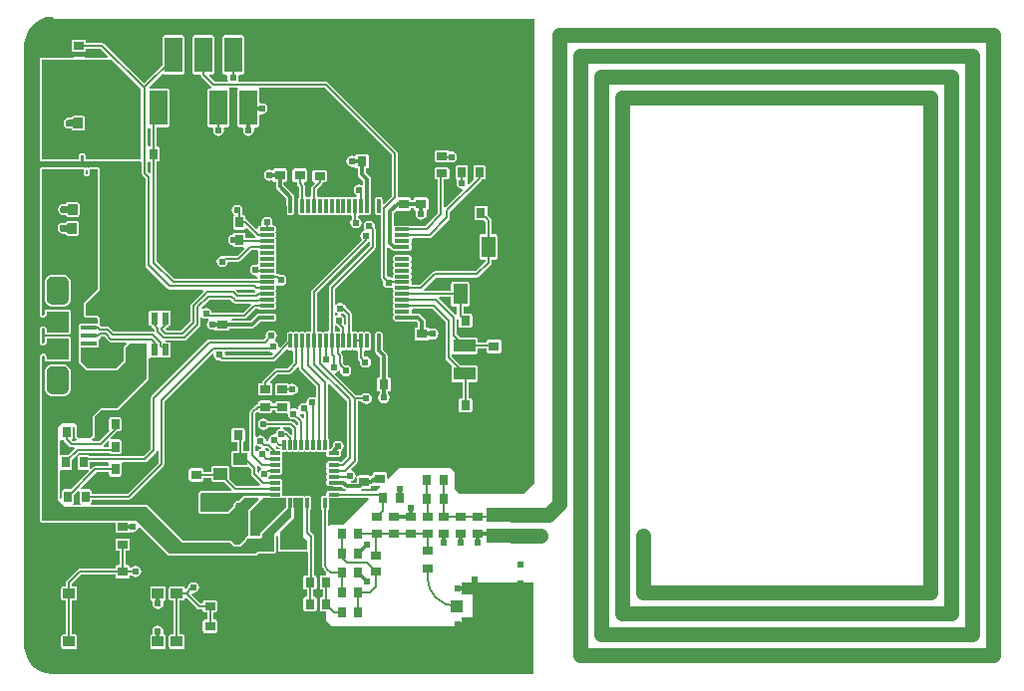
<source format=gtl>
G04 Layer_Physical_Order=1*
G04 Layer_Color=10079232*
%FSLAX25Y25*%
%MOIN*%
G70*
G01*
G75*
%ADD10C,0.00700*%
%ADD11R,0.03150X0.03543*%
%ADD12R,0.03543X0.03150*%
%ADD13R,0.08661X0.04134*%
%ADD14R,0.04134X0.03937*%
%ADD15R,0.03543X0.02756*%
%ADD16R,0.05905X0.05000*%
%ADD17R,0.03937X0.03543*%
%ADD18R,0.05905X0.11811*%
%ADD19R,0.00787X0.01378*%
%ADD20R,0.03701X0.01024*%
%ADD21R,0.02756X0.03543*%
%ADD22R,0.07480X0.07087*%
%ADD23R,0.05315X0.01575*%
%ADD24R,0.02362X0.03937*%
%ADD25R,0.04724X0.01181*%
%ADD26R,0.01181X0.04724*%
%ADD27R,0.04724X0.07087*%
%ADD28R,0.07480X0.04331*%
%ADD29R,0.04724X0.03937*%
%ADD30R,0.01181X0.03347*%
%ADD31R,0.03347X0.01181*%
%ADD32R,0.13583X0.13583*%
%ADD33C,0.01181*%
%ADD34C,0.05000*%
G04:AMPARAMS|DCode=35|XSize=74.8mil|YSize=95.47mil|CornerRadius=22.44mil|HoleSize=0mil|Usage=FLASHONLY|Rotation=0.000|XOffset=0mil|YOffset=0mil|HoleType=Round|Shape=RoundedRectangle|*
%AMROUNDEDRECTD35*
21,1,0.07480,0.05059,0,0,0.0*
21,1,0.02992,0.09547,0,0,0.0*
1,1,0.04488,0.01496,-0.02530*
1,1,0.04488,-0.01496,-0.02530*
1,1,0.04488,-0.01496,0.02530*
1,1,0.04488,0.01496,0.02530*
%
%ADD35ROUNDEDRECTD35*%
G04:AMPARAMS|DCode=36|XSize=49.21mil|YSize=43.31mil|CornerRadius=18.19mil|HoleSize=0mil|Usage=FLASHONLY|Rotation=0.000|XOffset=0mil|YOffset=0mil|HoleType=Round|Shape=RoundedRectangle|*
%AMROUNDEDRECTD36*
21,1,0.04921,0.00693,0,0,0.0*
21,1,0.01284,0.04331,0,0,0.0*
1,1,0.03638,0.00642,-0.00346*
1,1,0.03638,-0.00642,-0.00346*
1,1,0.03638,-0.00642,0.00346*
1,1,0.03638,0.00642,0.00346*
%
%ADD36ROUNDEDRECTD36*%
%ADD37C,0.02400*%
G36*
X18337Y-137822D02*
Y-140900D01*
X18388Y-141154D01*
X18531Y-141369D01*
X18943Y-141780D01*
X18736Y-142280D01*
X17753D01*
X17380Y-141881D01*
X17394Y-141740D01*
X17537Y-141525D01*
X17588Y-141272D01*
Y-137728D01*
X17885Y-137438D01*
X18337Y-137822D01*
D02*
G37*
G36*
X91128Y-138570D02*
Y-140100D01*
X90628Y-140307D01*
X89600Y-139279D01*
X89269Y-139058D01*
X89069Y-139018D01*
X88834Y-138666D01*
X88222Y-138257D01*
X88032Y-138220D01*
X88081Y-137720D01*
X90278D01*
X91128Y-138570D01*
D02*
G37*
G36*
X29655Y-142426D02*
X29807Y-142543D01*
Y-144280D01*
X28069D01*
X27861Y-143780D01*
X29330Y-142312D01*
X29655Y-142426D01*
D02*
G37*
G36*
X79778Y-144043D02*
X80500Y-144186D01*
X80658Y-144155D01*
X80814Y-144326D01*
X80632Y-144867D01*
X80178Y-144957D01*
X79566Y-145366D01*
X79320Y-145735D01*
X78820Y-145584D01*
Y-143947D01*
X79320Y-143736D01*
X79778Y-144043D01*
D02*
G37*
G36*
X86035Y-144277D02*
X86366Y-144498D01*
X86756Y-144576D01*
X86957D01*
Y-145157D01*
X86092D01*
X86077Y-145135D01*
X85632Y-144690D01*
X85786Y-144137D01*
X85873Y-144115D01*
X86035Y-144277D01*
D02*
G37*
G36*
X94178Y-133243D02*
X94900Y-133386D01*
X95065Y-133521D01*
Y-134616D01*
X94565Y-134823D01*
X93490Y-133748D01*
X93535Y-133373D01*
X94031Y-133145D01*
X94178Y-133243D01*
D02*
G37*
G36*
X83878Y-112543D02*
X84465Y-112660D01*
X84693Y-113139D01*
X84252Y-113580D01*
X68652D01*
X68586Y-113500D01*
X68451Y-112820D01*
X68464Y-112699D01*
X68667Y-112320D01*
X83544D01*
X83878Y-112543D01*
D02*
G37*
G36*
X116880Y-75784D02*
Y-76978D01*
X103495Y-90363D01*
X103274Y-90694D01*
X103196Y-91084D01*
Y-105378D01*
X102838Y-105813D01*
X101657D01*
X101403Y-105863D01*
X101263Y-105957D01*
X101123Y-105863D01*
X100869Y-105813D01*
X99688D01*
X99330Y-105378D01*
Y-92712D01*
X116321Y-75721D01*
X116380Y-75632D01*
X116880Y-75784D01*
D02*
G37*
G36*
X89377Y-111669D02*
X89592Y-111812D01*
X89846Y-111863D01*
X91027D01*
X91385Y-112298D01*
Y-116073D01*
X89578Y-117880D01*
X85700D01*
X85310Y-117958D01*
X84979Y-118179D01*
X81279Y-121879D01*
X81058Y-122210D01*
X80980Y-122600D01*
Y-122907D01*
X80228D01*
X79975Y-122957D01*
X79760Y-123101D01*
X79616Y-123316D01*
X79566Y-123569D01*
Y-126325D01*
X79616Y-126579D01*
X79760Y-126794D01*
X79975Y-126937D01*
X80228Y-126988D01*
X83772D01*
X84025Y-126937D01*
X84240Y-126794D01*
X84384Y-126579D01*
X84434Y-126325D01*
Y-123569D01*
X84384Y-123316D01*
X84240Y-123101D01*
X84025Y-122957D01*
X83831Y-122918D01*
X83656Y-122628D01*
X83585Y-122457D01*
X86122Y-119920D01*
X90000D01*
X90390Y-119842D01*
X90721Y-119621D01*
X92854Y-117488D01*
X93354Y-117695D01*
Y-117973D01*
X93431Y-118363D01*
X93652Y-118694D01*
X98980Y-124022D01*
Y-127500D01*
X98539Y-127736D01*
X98422Y-127657D01*
X97700Y-127514D01*
X96978Y-127657D01*
X96366Y-128066D01*
X95957Y-128678D01*
X95828Y-129327D01*
X95783Y-129421D01*
X95365Y-129706D01*
X94900Y-129614D01*
X94178Y-129757D01*
X93566Y-130166D01*
X93157Y-130778D01*
X93034Y-131399D01*
X92730Y-131600D01*
X92537Y-131668D01*
X92222Y-131457D01*
X91500Y-131314D01*
X90778Y-131457D01*
X90675Y-131526D01*
X90234Y-131290D01*
Y-129575D01*
X90184Y-129321D01*
X90040Y-129106D01*
X89825Y-128963D01*
X89572Y-128912D01*
X86028D01*
X85775Y-128963D01*
X85560Y-129106D01*
X85416Y-129321D01*
X85366Y-129575D01*
Y-129833D01*
X84434D01*
Y-129475D01*
X84384Y-129221D01*
X84240Y-129006D01*
X84025Y-128863D01*
X83772Y-128812D01*
X80228D01*
X79975Y-128863D01*
X79760Y-129006D01*
X79616Y-129221D01*
X79566Y-129475D01*
Y-129849D01*
X79257Y-129911D01*
X78926Y-130132D01*
X77079Y-131979D01*
X76858Y-132310D01*
X76780Y-132700D01*
Y-145338D01*
X76573Y-145498D01*
X76280Y-145644D01*
X76109Y-145610D01*
X74766D01*
Y-142688D01*
X74784Y-142684D01*
X74999Y-142540D01*
X75143Y-142325D01*
X75193Y-142072D01*
Y-138528D01*
X75143Y-138275D01*
X74999Y-138060D01*
X74784Y-137916D01*
X74531Y-137866D01*
X71381D01*
X71127Y-137916D01*
X70912Y-138060D01*
X70769Y-138275D01*
X70718Y-138528D01*
Y-142072D01*
X70769Y-142325D01*
X70912Y-142540D01*
X71127Y-142684D01*
X71381Y-142734D01*
X72727D01*
Y-145610D01*
X71384D01*
X71131Y-145660D01*
X70916Y-145804D01*
X70772Y-146019D01*
X70722Y-146272D01*
Y-150209D01*
X70772Y-150463D01*
X70916Y-150678D01*
X71131Y-150822D01*
X71384Y-150872D01*
X76109D01*
X76362Y-150822D01*
X76493Y-150735D01*
X77380Y-151622D01*
Y-153400D01*
X77458Y-153790D01*
X77679Y-154121D01*
X80260Y-156702D01*
X80053Y-157202D01*
X72338D01*
X70078Y-154942D01*
Y-151391D01*
X70028Y-151137D01*
X69884Y-150922D01*
X69669Y-150778D01*
X69416Y-150728D01*
X64691D01*
X64438Y-150778D01*
X64223Y-150922D01*
X64079Y-151137D01*
X64029Y-151391D01*
Y-152636D01*
X61334D01*
Y-152081D01*
X61284Y-151828D01*
X61140Y-151612D01*
X60925Y-151469D01*
X60672Y-151418D01*
X57128D01*
X56875Y-151469D01*
X56660Y-151612D01*
X56516Y-151828D01*
X56466Y-152081D01*
Y-155231D01*
X56516Y-155484D01*
X56660Y-155699D01*
X56875Y-155843D01*
X57128Y-155893D01*
X60672D01*
X60925Y-155843D01*
X61140Y-155699D01*
X61284Y-155484D01*
X61334Y-155231D01*
Y-154675D01*
X64029D01*
Y-155328D01*
X64079Y-155581D01*
X64223Y-155796D01*
X64438Y-155940D01*
X64691Y-155990D01*
X68243D01*
X70728Y-158475D01*
X70537Y-158937D01*
X60800D01*
X60546Y-158988D01*
X60331Y-159131D01*
X59731Y-159731D01*
X59588Y-159946D01*
X59537Y-160200D01*
Y-165700D01*
X59588Y-165954D01*
X59731Y-166169D01*
X60031Y-166469D01*
X60246Y-166612D01*
X60500Y-166663D01*
X69400D01*
X69654Y-166612D01*
X69869Y-166469D01*
X71855Y-164482D01*
X71891Y-164428D01*
X71937Y-164382D01*
X71962Y-164322D01*
X71998Y-164268D01*
X72011Y-164204D01*
X72036Y-164143D01*
X72126Y-163693D01*
X72388Y-163300D01*
X72781Y-163038D01*
X73231Y-162948D01*
X73292Y-162923D01*
X73356Y-162910D01*
X73410Y-162874D01*
X73470Y-162849D01*
X73516Y-162803D01*
X73571Y-162767D01*
X74875Y-161463D01*
X79547D01*
X79738Y-161925D01*
X76531Y-165131D01*
X76388Y-165346D01*
X76337Y-165600D01*
Y-173700D01*
X76345Y-173737D01*
X76339Y-173800D01*
X76063Y-174272D01*
X76046Y-174288D01*
X75831Y-174431D01*
X75331Y-174931D01*
X75188Y-175146D01*
X75137Y-175400D01*
Y-175426D01*
X73625Y-176937D01*
X71874D01*
X70869Y-175931D01*
X70654Y-175788D01*
X70400Y-175737D01*
X54575D01*
X42769Y-163931D01*
X42554Y-163788D01*
X42300Y-163737D01*
X23737D01*
X23665Y-163523D01*
X23654Y-163237D01*
X23799Y-163140D01*
X23943Y-162925D01*
X23993Y-162672D01*
Y-161920D01*
X36400D01*
X36790Y-161842D01*
X37121Y-161621D01*
X47921Y-150821D01*
X48142Y-150490D01*
X48220Y-150100D01*
Y-129222D01*
X64394Y-113048D01*
X64855Y-113294D01*
X64814Y-113500D01*
X64957Y-114222D01*
X65366Y-114834D01*
X65978Y-115243D01*
X66700Y-115386D01*
X67071Y-115313D01*
X67079Y-115321D01*
X67410Y-115542D01*
X67800Y-115620D01*
X84674D01*
X85064Y-115542D01*
X85395Y-115321D01*
X89077Y-111639D01*
X89377Y-111669D01*
D02*
G37*
G36*
X85366Y-132331D02*
X85416Y-132584D01*
X85560Y-132799D01*
X85775Y-132943D01*
X86028Y-132993D01*
X89145D01*
X89613Y-133200D01*
X89670Y-133484D01*
X89757Y-133922D01*
X90166Y-134534D01*
X90778Y-134943D01*
X91500Y-135086D01*
X91871Y-135012D01*
X93096Y-136238D01*
Y-136947D01*
X92596Y-137154D01*
X91421Y-135979D01*
X91090Y-135758D01*
X90700Y-135680D01*
X83044D01*
X82834Y-135366D01*
X82222Y-134957D01*
X81500Y-134814D01*
X80778Y-134957D01*
X80166Y-135366D01*
X79757Y-135978D01*
X79614Y-136700D01*
X79757Y-137422D01*
X80166Y-138034D01*
X80778Y-138443D01*
X81500Y-138586D01*
X82222Y-138443D01*
X82834Y-138034D01*
X83044Y-137720D01*
X86919D01*
X86968Y-138220D01*
X86778Y-138257D01*
X86166Y-138666D01*
X85757Y-139278D01*
X85666Y-139736D01*
X85172Y-140148D01*
X85000Y-140114D01*
X84278Y-140257D01*
X83666Y-140666D01*
X83257Y-141278D01*
X83114Y-142000D01*
X82699Y-142277D01*
X82509Y-142291D01*
X82370Y-142219D01*
X82243Y-141578D01*
X81834Y-140966D01*
X81222Y-140557D01*
X80500Y-140414D01*
X79778Y-140557D01*
X79320Y-140864D01*
X78820Y-140654D01*
Y-133122D01*
X79197Y-132745D01*
X79760Y-132699D01*
X79975Y-132843D01*
X80228Y-132893D01*
X83772D01*
X84025Y-132843D01*
X84240Y-132699D01*
X84384Y-132484D01*
X84434Y-132231D01*
Y-131872D01*
X85366D01*
Y-132331D01*
D02*
G37*
G36*
X29786Y-108921D02*
X30117Y-109142D01*
X30507Y-109220D01*
X35436D01*
X35643Y-109720D01*
X34831Y-110531D01*
X34688Y-110746D01*
X34637Y-111000D01*
Y-115426D01*
X32026Y-118037D01*
X22475D01*
X20263Y-115825D01*
Y-111155D01*
X20474Y-110982D01*
X25789D01*
X26043Y-110931D01*
X26258Y-110787D01*
X26401Y-110573D01*
X26452Y-110319D01*
Y-108744D01*
X26401Y-108491D01*
X26340Y-108379D01*
X26514Y-107951D01*
X26559Y-107895D01*
X26860Y-107693D01*
X27141Y-107413D01*
X28278D01*
X29786Y-108921D01*
D02*
G37*
G36*
X83232Y-145174D02*
X83214Y-145351D01*
X83070Y-145566D01*
X83047Y-145683D01*
X82667Y-145809D01*
X82526Y-145804D01*
X82234Y-145366D01*
X81865Y-145120D01*
X82016Y-144620D01*
X82678D01*
X83232Y-145174D01*
D02*
G37*
G36*
X88800Y-164696D02*
X88792Y-164708D01*
X88734Y-164746D01*
X88688Y-164793D01*
X88634Y-164829D01*
X87331Y-166131D01*
X80631Y-172831D01*
X80556Y-172944D01*
X80400Y-173100D01*
Y-173900D01*
X77200D01*
X77000Y-173700D01*
Y-165600D01*
X81200Y-161400D01*
X83466D01*
X83683Y-161443D01*
X87029D01*
X87246Y-161400D01*
X88800D01*
Y-164696D01*
D02*
G37*
G36*
X87000Y-160773D02*
X86964Y-160780D01*
X83748D01*
X83596Y-160750D01*
X83530D01*
X83466Y-160737D01*
X81200D01*
X80946Y-160788D01*
X80928Y-160800D01*
X74600D01*
X73102Y-162298D01*
X72522Y-162413D01*
X71910Y-162822D01*
X71501Y-163434D01*
X71386Y-164014D01*
X69400Y-166000D01*
X60500D01*
X60200Y-165700D01*
Y-160200D01*
X60800Y-159600D01*
X87000D01*
Y-160773D01*
D02*
G37*
G36*
X19781Y-159080D02*
X19912Y-159184D01*
Y-162672D01*
X19963Y-162925D01*
X20106Y-163140D01*
X20251Y-163237D01*
X20241Y-163523D01*
X20168Y-163737D01*
X17832D01*
X17760Y-163523D01*
X17749Y-163237D01*
X17894Y-163140D01*
X18037Y-162925D01*
X18088Y-162672D01*
Y-160301D01*
X19437Y-158952D01*
X19781Y-159080D01*
D02*
G37*
G36*
X94700Y-174400D02*
X96000Y-175700D01*
Y-178800D01*
X86900D01*
Y-172800D01*
X91600Y-168100D01*
Y-161400D01*
X94700D01*
Y-174400D01*
D02*
G37*
G36*
X116529Y-161671D02*
X108000Y-170200D01*
X103800D01*
X103471Y-170529D01*
X103009Y-170337D01*
Y-165212D01*
X103049Y-165186D01*
X103193Y-164971D01*
X103243Y-164717D01*
Y-161443D01*
X106517D01*
X106771Y-161393D01*
X106986Y-161249D01*
X107012Y-161209D01*
X116337D01*
X116529Y-161671D01*
D02*
G37*
G36*
X118275Y-157143D02*
X118528Y-157193D01*
X120353D01*
X120545Y-157655D01*
X119030Y-159170D01*
X114081D01*
X114032Y-158670D01*
X114040Y-158669D01*
X114450Y-158394D01*
X114551Y-158293D01*
X116772D01*
X117025Y-158243D01*
X117240Y-158099D01*
X117384Y-157884D01*
X117434Y-157631D01*
Y-157321D01*
X117500D01*
X117984Y-157225D01*
X118190Y-157087D01*
X118275Y-157143D01*
D02*
G37*
G36*
X29598Y-149522D02*
X29828Y-149920D01*
X29807Y-150028D01*
Y-150780D01*
X25147D01*
X24757Y-150858D01*
X24426Y-151079D01*
X23773Y-151733D01*
X23595Y-151647D01*
X23360Y-151438D01*
X23393Y-151272D01*
Y-149420D01*
X29493D01*
X29598Y-149522D01*
D02*
G37*
G36*
X14169Y-141934D02*
X14585D01*
X14605Y-142037D01*
X14826Y-142368D01*
X16479Y-144021D01*
X16810Y-144242D01*
X17200Y-144320D01*
X18131D01*
X18338Y-144820D01*
X16092Y-147066D01*
X14069D01*
X13963Y-147087D01*
X13563Y-146855D01*
X13463Y-146751D01*
Y-142183D01*
X13881Y-141906D01*
X13963Y-141893D01*
X14169Y-141934D01*
D02*
G37*
G36*
X80326Y-151068D02*
X80657Y-151289D01*
X80741Y-151816D01*
X80366Y-152066D01*
X79957Y-152678D01*
X79922Y-152856D01*
X79892Y-152865D01*
X79420Y-152819D01*
Y-151200D01*
X79342Y-150810D01*
X79304Y-150753D01*
X79693Y-150434D01*
X80326Y-151068D01*
D02*
G37*
G36*
X112566Y-154556D02*
Y-156235D01*
X110606D01*
X110557Y-155735D01*
X111022Y-155643D01*
X111634Y-155234D01*
X112043Y-154622D01*
X112066Y-154506D01*
X112566Y-154556D01*
D02*
G37*
G36*
X46180Y-145746D02*
Y-149678D01*
X35978Y-159880D01*
X23993D01*
Y-159128D01*
X23943Y-158875D01*
X23799Y-158660D01*
X23584Y-158516D01*
X23331Y-158466D01*
X20631D01*
X20526Y-158335D01*
X20398Y-157991D01*
X25570Y-152820D01*
X29807D01*
Y-153572D01*
X29857Y-153825D01*
X30001Y-154040D01*
X30216Y-154184D01*
X30469Y-154234D01*
X33225D01*
X33479Y-154184D01*
X33694Y-154040D01*
X33838Y-153825D01*
X33888Y-153572D01*
Y-150028D01*
X33866Y-149920D01*
X34096Y-149522D01*
X34201Y-149420D01*
X41800D01*
X42190Y-149342D01*
X42521Y-149121D01*
X45421Y-146221D01*
X45642Y-145890D01*
X45680Y-145697D01*
X46180Y-145746D01*
D02*
G37*
G36*
X78400Y-91842D02*
X78557Y-91947D01*
X78663Y-92521D01*
X78448Y-92791D01*
X73012D01*
X72244Y-92022D01*
X72451Y-91522D01*
X78080D01*
X78400Y-91842D01*
D02*
G37*
G36*
X71137Y-95779D02*
X71137Y-95779D01*
X71289Y-95931D01*
X71620Y-96152D01*
X72010Y-96230D01*
X77021D01*
X77228Y-96730D01*
X74578Y-99380D01*
X64043D01*
X63943Y-98878D01*
X63534Y-98266D01*
X62922Y-97857D01*
X62200Y-97714D01*
X61478Y-97857D01*
X61121Y-98096D01*
X60560Y-97894D01*
X60519Y-97723D01*
X63322Y-94920D01*
X70278D01*
X71137Y-95779D01*
D02*
G37*
G36*
X10833Y-358D02*
X10917Y-449D01*
X10981Y-545D01*
X11171Y-829D01*
X11551Y-1083D01*
X12000Y-1173D01*
X171900D01*
Y-156200D01*
X168200Y-159900D01*
X146900D01*
X145400Y-158400D01*
Y-153000D01*
X143900Y-151500D01*
X126700D01*
X123196Y-155004D01*
X122734Y-154812D01*
Y-153381D01*
X122684Y-153128D01*
X122540Y-152912D01*
X122325Y-152769D01*
X122072Y-152718D01*
X118528D01*
X118275Y-152769D01*
X118060Y-152912D01*
X117916Y-153128D01*
X117866Y-153381D01*
Y-153630D01*
X117396Y-154029D01*
X117240Y-154013D01*
X117025Y-153869D01*
X116772Y-153818D01*
X113228D01*
X112975Y-153869D01*
X112760Y-154013D01*
X112616Y-154227D01*
X112147Y-154098D01*
X112186Y-153900D01*
X112043Y-153178D01*
X111634Y-152566D01*
X111022Y-152157D01*
X110844Y-152122D01*
X110698Y-151643D01*
X112621Y-149721D01*
X112842Y-149390D01*
X112920Y-149000D01*
Y-128920D01*
X114123D01*
X114466Y-129434D01*
X115078Y-129843D01*
X115800Y-129986D01*
X116522Y-129843D01*
X117134Y-129434D01*
X117543Y-128822D01*
X117686Y-128100D01*
X117543Y-127378D01*
X117134Y-126766D01*
X116522Y-126357D01*
X115800Y-126214D01*
X115078Y-126357D01*
X114466Y-126766D01*
X114390Y-126880D01*
X112322D01*
X105365Y-119923D01*
X105530Y-119381D01*
X105722Y-119343D01*
X106334Y-118934D01*
X106538Y-118628D01*
X106974Y-118786D01*
X107016Y-118812D01*
X107157Y-119522D01*
X107566Y-120134D01*
X108178Y-120543D01*
X108900Y-120686D01*
X109622Y-120543D01*
X110234Y-120134D01*
X110643Y-119522D01*
X110786Y-118800D01*
X110643Y-118078D01*
X110234Y-117466D01*
X109622Y-117057D01*
X108900Y-116914D01*
X108602Y-116973D01*
X108211Y-116645D01*
X108142Y-116299D01*
X107921Y-115968D01*
X107920Y-115966D01*
Y-113800D01*
X107842Y-113410D01*
X107621Y-113079D01*
X107204Y-112662D01*
Y-112298D01*
X107562Y-111863D01*
X108743D01*
X108997Y-111812D01*
X109137Y-111719D01*
X109277Y-111812D01*
X109531Y-111863D01*
X110712D01*
X110965Y-111812D01*
X111106Y-111719D01*
X111246Y-111812D01*
X111499Y-111863D01*
X112680D01*
X113039Y-112298D01*
Y-114458D01*
X113116Y-114848D01*
X113337Y-115179D01*
X113688Y-115529D01*
X113614Y-115900D01*
X113757Y-116622D01*
X114166Y-117234D01*
X114778Y-117643D01*
X115500Y-117786D01*
X116222Y-117643D01*
X116834Y-117234D01*
X117243Y-116622D01*
X117386Y-115900D01*
X117243Y-115178D01*
X116834Y-114566D01*
X116222Y-114157D01*
X115500Y-114014D01*
X115078Y-113588D01*
Y-112298D01*
X115436Y-111863D01*
X116617D01*
X116871Y-111812D01*
X117086Y-111669D01*
X117230Y-111454D01*
X117280Y-111200D01*
Y-106476D01*
X117230Y-106222D01*
X117086Y-106007D01*
X116871Y-105863D01*
X116617Y-105813D01*
X115436D01*
X115183Y-105863D01*
X115042Y-105957D01*
X114902Y-105863D01*
X114649Y-105813D01*
X113468D01*
X113214Y-105863D01*
X113074Y-105957D01*
X112934Y-105863D01*
X112680Y-105813D01*
X111499D01*
X111141Y-105378D01*
Y-100121D01*
X111063Y-99731D01*
X110842Y-99400D01*
X108898Y-97456D01*
X108843Y-97178D01*
X108434Y-96566D01*
X107822Y-96157D01*
X107100Y-96014D01*
X106378Y-96157D01*
X105766Y-96566D01*
X105735Y-96613D01*
X105235Y-96461D01*
Y-91507D01*
X118621Y-78121D01*
X118842Y-77790D01*
X118920Y-77400D01*
Y-71500D01*
X118842Y-71110D01*
X118621Y-70779D01*
X118613Y-70771D01*
X118686Y-70400D01*
X118543Y-69678D01*
X118134Y-69066D01*
X117522Y-68657D01*
X116800Y-68514D01*
X116078Y-68657D01*
X115466Y-69066D01*
X115057Y-69678D01*
X114914Y-70400D01*
X115057Y-71122D01*
X115228Y-71378D01*
X114998Y-71934D01*
X114878Y-71957D01*
X114266Y-72366D01*
X113857Y-72978D01*
X113714Y-73700D01*
X113857Y-74422D01*
X114209Y-74949D01*
X97589Y-91569D01*
X97368Y-91900D01*
X97291Y-92290D01*
Y-105378D01*
X96932Y-105813D01*
X95751D01*
X95498Y-105863D01*
X95358Y-105957D01*
X95217Y-105863D01*
X94964Y-105813D01*
X93783D01*
X93529Y-105863D01*
X93389Y-105957D01*
X93249Y-105863D01*
X92995Y-105813D01*
X91814D01*
X91561Y-105863D01*
X91421Y-105957D01*
X91280Y-105863D01*
X91027Y-105813D01*
X89846D01*
X89592Y-105863D01*
X89377Y-106007D01*
X89233Y-106222D01*
X89183Y-106476D01*
Y-108649D01*
X86939Y-110893D01*
X86459Y-110666D01*
X86343Y-110078D01*
X85934Y-109466D01*
X85322Y-109057D01*
X85305Y-109054D01*
X85200Y-108523D01*
X85334Y-108434D01*
X85743Y-107822D01*
X85886Y-107100D01*
X85743Y-106378D01*
X85334Y-105766D01*
X84722Y-105357D01*
X84000Y-105214D01*
X83278Y-105357D01*
X82666Y-105766D01*
X82257Y-106378D01*
X82114Y-107100D01*
X82187Y-107471D01*
X81478Y-108180D01*
X63500D01*
X63110Y-108258D01*
X62779Y-108479D01*
X43979Y-127279D01*
X43758Y-127610D01*
X43680Y-128000D01*
Y-145078D01*
X41378Y-147380D01*
X23280D01*
X23199Y-147260D01*
X22984Y-147116D01*
X22731Y-147066D01*
X19975D01*
X19721Y-147116D01*
X19506Y-147260D01*
X19363Y-147475D01*
X19312Y-147728D01*
Y-151272D01*
X19363Y-151525D01*
X19506Y-151740D01*
X19721Y-151884D01*
X19975Y-151934D01*
X22731D01*
X22897Y-151901D01*
X23106Y-152136D01*
X23192Y-152314D01*
X17040Y-158466D01*
X14669D01*
X14416Y-158516D01*
X14201Y-158660D01*
X14057Y-158875D01*
X14007Y-159128D01*
Y-161362D01*
X13507Y-161629D01*
X13463Y-161600D01*
Y-152250D01*
X13563Y-152145D01*
X13963Y-151913D01*
X14069Y-151934D01*
X16825D01*
X17079Y-151884D01*
X17294Y-151740D01*
X17437Y-151525D01*
X17488Y-151272D01*
Y-148554D01*
X19722Y-146320D01*
X29887D01*
X30001Y-146490D01*
X30216Y-146634D01*
X30469Y-146684D01*
X33225D01*
X33479Y-146634D01*
X33694Y-146490D01*
X33838Y-146275D01*
X33888Y-146022D01*
Y-142478D01*
X33838Y-142225D01*
X33694Y-142010D01*
X33479Y-141866D01*
X33225Y-141816D01*
X30533D01*
X30417Y-141664D01*
X30303Y-141339D01*
X32508Y-139134D01*
X33225D01*
X33479Y-139084D01*
X33694Y-138940D01*
X33838Y-138725D01*
X33888Y-138472D01*
Y-134928D01*
X33838Y-134675D01*
X33694Y-134460D01*
X33479Y-134316D01*
X33225Y-134266D01*
X30469D01*
X30216Y-134316D01*
X30001Y-134460D01*
X29857Y-134675D01*
X29807Y-134928D01*
Y-138472D01*
X29857Y-138725D01*
X29927Y-138831D01*
X26478Y-142280D01*
X24264D01*
X24057Y-141780D01*
X24618Y-141219D01*
X24654Y-141212D01*
X24869Y-141069D01*
X25012Y-140854D01*
X25063Y-140600D01*
Y-134175D01*
X27275Y-131963D01*
X32600D01*
X32854Y-131912D01*
X33069Y-131769D01*
X42969Y-121869D01*
X43112Y-121654D01*
X43163Y-121400D01*
Y-114795D01*
X43229Y-114708D01*
X43663Y-114435D01*
X43719Y-114446D01*
X46081D01*
X46335Y-114396D01*
X46550Y-114252D01*
X46990D01*
X47205Y-114396D01*
X47459Y-114446D01*
X49821D01*
X50075Y-114396D01*
X50290Y-114252D01*
X50433Y-114037D01*
X50484Y-113784D01*
Y-109846D01*
X50433Y-109593D01*
X50290Y-109378D01*
X50075Y-109234D01*
X49821Y-109184D01*
X48569D01*
X48515Y-109120D01*
X48678Y-108726D01*
X48808Y-108620D01*
X54880D01*
X55270Y-108542D01*
X55601Y-108321D01*
X60021Y-103901D01*
X60242Y-103570D01*
X60320Y-103180D01*
Y-101016D01*
X60820Y-100864D01*
X60866Y-100934D01*
X61478Y-101343D01*
X62200Y-101486D01*
X62767Y-101373D01*
X62844Y-101389D01*
X62973Y-101837D01*
X62968Y-101907D01*
X62945Y-101922D01*
X62536Y-102534D01*
X62392Y-103256D01*
X62536Y-103978D01*
X62945Y-104590D01*
X63557Y-104999D01*
X64279Y-105142D01*
X64848Y-105029D01*
X65001Y-104999D01*
X65457Y-105295D01*
X65460Y-105299D01*
X65675Y-105443D01*
X65928Y-105493D01*
X69472D01*
X69725Y-105443D01*
X69940Y-105299D01*
X70084Y-105084D01*
X70134Y-104831D01*
Y-104521D01*
X77644D01*
X78128Y-104425D01*
X78539Y-104150D01*
X80460Y-102229D01*
X82562D01*
X82620Y-102217D01*
X84924D01*
X85178Y-102167D01*
X85393Y-102023D01*
X85537Y-101808D01*
X85587Y-101554D01*
Y-100373D01*
X85537Y-100120D01*
X85393Y-99905D01*
X85178Y-99761D01*
X84924Y-99711D01*
X82620D01*
X82562Y-99699D01*
X79936D01*
X79452Y-99795D01*
X79042Y-100069D01*
X77120Y-101991D01*
X70600D01*
X70579Y-101914D01*
X70965Y-101420D01*
X75000D01*
X75390Y-101342D01*
X75721Y-101121D01*
X78796Y-98046D01*
X79705D01*
X79731Y-98086D01*
X79946Y-98230D01*
X80200Y-98280D01*
X84924D01*
X85178Y-98230D01*
X85393Y-98086D01*
X85537Y-97871D01*
X85587Y-97617D01*
Y-96436D01*
X85537Y-96183D01*
X85443Y-96043D01*
X85537Y-95902D01*
X85587Y-95649D01*
Y-94468D01*
X85537Y-94214D01*
X85443Y-94074D01*
X85537Y-93934D01*
X85587Y-93680D01*
Y-92499D01*
X85537Y-92246D01*
X85443Y-92106D01*
X85537Y-91965D01*
X85587Y-91712D01*
Y-90531D01*
X85537Y-90277D01*
X85932Y-89968D01*
X86054Y-89959D01*
X86478Y-90243D01*
X87200Y-90386D01*
X87922Y-90243D01*
X88534Y-89834D01*
X88943Y-89222D01*
X89086Y-88500D01*
X88943Y-87778D01*
X88534Y-87166D01*
X87922Y-86757D01*
X87200Y-86614D01*
X86829Y-86687D01*
X86621Y-86479D01*
X86290Y-86258D01*
X85999Y-86200D01*
X85652Y-85883D01*
X85587Y-85806D01*
Y-84625D01*
X85537Y-84372D01*
X85443Y-84232D01*
X85537Y-84091D01*
X85587Y-83838D01*
Y-82657D01*
X85537Y-82403D01*
X85443Y-82263D01*
X85537Y-82123D01*
X85587Y-81869D01*
Y-80688D01*
X85537Y-80435D01*
X85443Y-80295D01*
X85537Y-80154D01*
X85587Y-79901D01*
Y-78720D01*
X85537Y-78466D01*
X85443Y-78326D01*
X85537Y-78186D01*
X85587Y-77932D01*
Y-76751D01*
X85537Y-76498D01*
X85443Y-76358D01*
X85537Y-76217D01*
X85587Y-75964D01*
Y-74783D01*
X85537Y-74529D01*
X85443Y-74389D01*
X85537Y-74249D01*
X85587Y-73995D01*
Y-72814D01*
X85537Y-72561D01*
X85443Y-72421D01*
X85537Y-72280D01*
X85587Y-72027D01*
Y-70846D01*
X85537Y-70592D01*
X85393Y-70377D01*
X85178Y-70233D01*
X84924Y-70183D01*
X84657D01*
X84370Y-69683D01*
X84486Y-69100D01*
X84343Y-68378D01*
X83934Y-67766D01*
X83322Y-67357D01*
X82600Y-67214D01*
X81878Y-67357D01*
X81266Y-67766D01*
X80857Y-68378D01*
X80714Y-69100D01*
X80830Y-69683D01*
X80543Y-70183D01*
X80200D01*
X79946Y-70233D01*
X79731Y-70377D01*
X79588Y-70592D01*
X79537Y-70846D01*
Y-71142D01*
X79075Y-71333D01*
X76121Y-68379D01*
X75790Y-68158D01*
X75493Y-68099D01*
Y-67328D01*
X75443Y-67075D01*
X75299Y-66860D01*
X75084Y-66716D01*
X74831Y-66666D01*
X74472D01*
Y-65953D01*
X74395Y-65563D01*
X74394Y-65562D01*
X74486Y-65100D01*
X74343Y-64378D01*
X73934Y-63766D01*
X73322Y-63357D01*
X72600Y-63214D01*
X71878Y-63357D01*
X71266Y-63766D01*
X70857Y-64378D01*
X70714Y-65100D01*
X70857Y-65822D01*
X71266Y-66434D01*
X71606Y-66661D01*
Y-66860D01*
X71463Y-67075D01*
X71412Y-67328D01*
Y-70872D01*
X71463Y-71125D01*
X71606Y-71340D01*
X71821Y-71484D01*
X72075Y-71534D01*
X74831D01*
X75084Y-71484D01*
X75299Y-71340D01*
X75376Y-71225D01*
X75783Y-71109D01*
X75958Y-71100D01*
X78712Y-73854D01*
X78505Y-74354D01*
X75393D01*
Y-73228D01*
X75343Y-72975D01*
X75199Y-72760D01*
X74984Y-72616D01*
X74731Y-72566D01*
X71975D01*
X71721Y-72616D01*
X71506Y-72760D01*
X71363Y-72975D01*
X71328Y-73148D01*
X70778Y-73257D01*
X70166Y-73666D01*
X69757Y-74278D01*
X69614Y-75000D01*
X69757Y-75722D01*
X70166Y-76334D01*
X70778Y-76743D01*
X71328Y-76852D01*
X71363Y-77025D01*
X71506Y-77240D01*
X71721Y-77384D01*
X71975Y-77434D01*
X74717D01*
X74746Y-77465D01*
X74959Y-77899D01*
X72678Y-80180D01*
X68700D01*
X68310Y-80258D01*
X68106Y-80394D01*
X67700Y-80314D01*
X66978Y-80457D01*
X66366Y-80866D01*
X65957Y-81478D01*
X65814Y-82200D01*
X65957Y-82922D01*
X66366Y-83534D01*
X66978Y-83943D01*
X67700Y-84086D01*
X68422Y-83943D01*
X69034Y-83534D01*
X69443Y-82922D01*
X69582Y-82220D01*
X73100D01*
X73490Y-82142D01*
X73821Y-81921D01*
X77381Y-78361D01*
X79102D01*
X79537Y-78720D01*
Y-79901D01*
X79588Y-80154D01*
X79681Y-80295D01*
X79588Y-80435D01*
X79537Y-80688D01*
Y-81869D01*
X79588Y-82123D01*
X79681Y-82263D01*
X79588Y-82403D01*
X79537Y-82657D01*
Y-82851D01*
X79037Y-83261D01*
X78800Y-83214D01*
X78078Y-83357D01*
X77466Y-83766D01*
X77057Y-84378D01*
X76914Y-85100D01*
X77057Y-85822D01*
X77466Y-86434D01*
X78078Y-86843D01*
X78800Y-86986D01*
X79037Y-86939D01*
X79486Y-87307D01*
X79486Y-87817D01*
X79102Y-88133D01*
X51775D01*
X45772Y-82130D01*
Y-48634D01*
X46131D01*
X46384Y-48584D01*
X46599Y-48440D01*
X46743Y-48225D01*
X46793Y-47972D01*
Y-44428D01*
X46743Y-44175D01*
X46599Y-43960D01*
X46384Y-43816D01*
X46131Y-43766D01*
X45772D01*
Y-37326D01*
X49353D01*
X49606Y-37276D01*
X49821Y-37132D01*
X49965Y-36917D01*
X50015Y-36664D01*
Y-24853D01*
X49965Y-24599D01*
X49821Y-24384D01*
X49606Y-24240D01*
X49353Y-24190D01*
X43559D01*
X43389Y-23921D01*
X43340Y-23701D01*
X47658Y-19384D01*
X47979Y-19416D01*
X48194Y-19559D01*
X48447Y-19610D01*
X54353D01*
X54606Y-19559D01*
X54821Y-19416D01*
X54965Y-19201D01*
X55015Y-18947D01*
Y-7136D01*
X54965Y-6883D01*
X54821Y-6668D01*
X54606Y-6524D01*
X54353Y-6474D01*
X48447D01*
X48194Y-6524D01*
X47979Y-6668D01*
X47835Y-6883D01*
X47785Y-7136D01*
Y-16374D01*
X41526Y-22632D01*
X28121Y-9226D01*
X27790Y-9005D01*
X27400Y-8928D01*
X22175D01*
Y-8569D01*
X22125Y-8316D01*
X21981Y-8101D01*
X21766Y-7957D01*
X21513Y-7907D01*
X17969D01*
X17716Y-7957D01*
X17501Y-8101D01*
X17357Y-8316D01*
X17307Y-8569D01*
Y-11325D01*
X17357Y-11579D01*
X17501Y-11794D01*
X17716Y-11937D01*
X17969Y-11988D01*
X21513D01*
X21766Y-11937D01*
X21981Y-11794D01*
X22125Y-11579D01*
X22175Y-11325D01*
Y-10967D01*
X26978D01*
X29486Y-13475D01*
X29295Y-13937D01*
X21878D01*
X21766Y-13862D01*
X21513Y-13812D01*
X17969D01*
X17716Y-13862D01*
X17604Y-13937D01*
X7200D01*
X6946Y-13988D01*
X6731Y-14131D01*
X6588Y-14346D01*
X6537Y-14600D01*
Y-47900D01*
X6588Y-48154D01*
X6731Y-48369D01*
X6946Y-48512D01*
X7200Y-48563D01*
X19769D01*
X20022Y-48512D01*
X20237Y-48369D01*
X20381Y-48154D01*
X20432Y-47900D01*
Y-46596D01*
X20442Y-46542D01*
X20497Y-46531D01*
X21154D01*
X21208Y-46542D01*
D01*
X21219Y-46596D01*
Y-47900D01*
X21269Y-48154D01*
X21413Y-48369D01*
X21628Y-48512D01*
X21882Y-48563D01*
X21963D01*
X22006Y-48571D01*
X22794D01*
X22837Y-48563D01*
X23538D01*
X23581Y-48571D01*
X24369D01*
X24412Y-48563D01*
X37184D01*
X37216Y-48584D01*
X37469Y-48634D01*
X40225D01*
X40280Y-48623D01*
X40715Y-48897D01*
X40780Y-48984D01*
Y-52800D01*
X40858Y-53190D01*
X41079Y-53521D01*
X41880Y-54322D01*
Y-83500D01*
X41958Y-83890D01*
X42179Y-84221D01*
X49182Y-91224D01*
X49513Y-91445D01*
X49903Y-91522D01*
X61149D01*
X61356Y-92022D01*
X61189Y-92189D01*
X61189Y-92189D01*
X57179Y-96199D01*
X56958Y-96530D01*
X56880Y-96920D01*
Y-102178D01*
X53878Y-105180D01*
X49112D01*
X48773Y-104813D01*
X49361Y-104225D01*
X49582Y-103894D01*
X49597Y-103816D01*
X49821D01*
X50075Y-103766D01*
X50290Y-103622D01*
X50433Y-103407D01*
X50484Y-103154D01*
Y-99217D01*
X50433Y-98963D01*
X50290Y-98748D01*
X50075Y-98604D01*
X49821Y-98554D01*
X47459D01*
X47205Y-98604D01*
X46990Y-98748D01*
X46550D01*
X46335Y-98604D01*
X46081Y-98554D01*
X43719D01*
X43465Y-98604D01*
X43250Y-98748D01*
X43107Y-98963D01*
X43056Y-99217D01*
Y-103154D01*
X43107Y-103407D01*
X43250Y-103622D01*
X43465Y-103766D01*
X43719Y-103816D01*
X43943D01*
X43958Y-103894D01*
X44179Y-104225D01*
X44929Y-104974D01*
X44926Y-105474D01*
X44527Y-105790D01*
X44480Y-105780D01*
X31509D01*
X30001Y-104272D01*
X29670Y-104051D01*
X29280Y-103973D01*
X27141D01*
X26860Y-103692D01*
X26675Y-103569D01*
X26577Y-103332D01*
X26536Y-103108D01*
X26539Y-102963D01*
X26612Y-102854D01*
X26663Y-102600D01*
Y-101398D01*
X26657Y-101368D01*
X26660Y-101337D01*
X26632Y-101242D01*
X26612Y-101144D01*
X26595Y-101119D01*
X26587Y-101089D01*
X26524Y-101012D01*
X26469Y-100929D01*
X26443Y-100912D01*
X26424Y-100888D01*
X26415Y-100881D01*
X26401Y-100813D01*
X26258Y-100598D01*
X26043Y-100455D01*
X25808Y-100408D01*
X25786Y-100399D01*
X25703Y-100353D01*
X25668Y-100350D01*
X25635Y-100336D01*
X25540D01*
X25445Y-100326D01*
X25412Y-100336D01*
X25376D01*
X25035Y-100404D01*
X23787D01*
X23012Y-100250D01*
X22947D01*
X22883Y-100237D01*
X22174D01*
X21863Y-99926D01*
Y-96574D01*
X26469Y-91969D01*
X26612Y-91754D01*
X26663Y-91500D01*
Y-51300D01*
X26612Y-51046D01*
X26469Y-50831D01*
X26254Y-50688D01*
X26000Y-50637D01*
X23614D01*
X23581Y-50644D01*
X23549Y-50640D01*
X23455Y-50669D01*
X23360Y-50688D01*
X23333Y-50706D01*
X23301Y-50716D01*
X23226Y-50777D01*
X23145Y-50831D01*
X23047Y-50879D01*
X22794Y-50829D01*
X22006D01*
X21753Y-50879D01*
X21655Y-50831D01*
X21574Y-50777D01*
X21499Y-50716D01*
X21467Y-50706D01*
X21440Y-50688D01*
X21345Y-50669D01*
X21251Y-50640D01*
X21219Y-50644D01*
X21186Y-50637D01*
X7400D01*
X7146Y-50688D01*
X6931Y-50831D01*
X6788Y-51046D01*
X6737Y-51300D01*
Y-100179D01*
X6759Y-100288D01*
X6775Y-100398D01*
X6784Y-100414D01*
X6788Y-100433D01*
X6850Y-100525D01*
X6906Y-100621D01*
X6921Y-100632D01*
X6931Y-100648D01*
X7024Y-100709D01*
X7113Y-100776D01*
X7483Y-100954D01*
X7570Y-100976D01*
X7653Y-101009D01*
X7694Y-101008D01*
X7733Y-101018D01*
X7822Y-101006D01*
X7912Y-101004D01*
X7949Y-100988D01*
X7989Y-100982D01*
X8066Y-100936D01*
X8149Y-100900D01*
X8576Y-100602D01*
X8617Y-100560D01*
X8666Y-100527D01*
X8706Y-100468D01*
X8755Y-100416D01*
X8777Y-100361D01*
X8809Y-100312D01*
X8823Y-100242D01*
X8850Y-100175D01*
X8848Y-100116D01*
X8860Y-100059D01*
Y-98967D01*
X8871Y-98912D01*
X8925Y-98902D01*
X16275D01*
X16329Y-98912D01*
X16340Y-98967D01*
Y-105923D01*
X16329Y-105977D01*
X16275Y-105988D01*
X8925D01*
X8871Y-105977D01*
X8860Y-105923D01*
Y-104741D01*
X8848Y-104684D01*
X8850Y-104625D01*
X8823Y-104558D01*
X8809Y-104488D01*
X8777Y-104439D01*
X8755Y-104384D01*
X8706Y-104332D01*
X8666Y-104273D01*
X8617Y-104240D01*
X8576Y-104198D01*
X8149Y-103900D01*
X8066Y-103864D01*
X7989Y-103818D01*
X7949Y-103812D01*
X7912Y-103796D01*
X7822Y-103794D01*
X7733Y-103782D01*
X7694Y-103792D01*
X7653Y-103791D01*
X7570Y-103824D01*
X7483Y-103846D01*
X7113Y-104024D01*
X7024Y-104090D01*
X6931Y-104152D01*
X6921Y-104168D01*
X6906Y-104179D01*
X6850Y-104275D01*
X6788Y-104367D01*
X6784Y-104386D01*
X6775Y-104402D01*
X6759Y-104512D01*
X6737Y-104621D01*
Y-109545D01*
X6758Y-109647D01*
X6770Y-109751D01*
X6783Y-109773D01*
X6788Y-109798D01*
X6846Y-109885D01*
X6898Y-109977D01*
X6917Y-109992D01*
X6931Y-110013D01*
X7019Y-110071D01*
X7101Y-110136D01*
X7440Y-110307D01*
X7514Y-110328D01*
X7585Y-110360D01*
X7638Y-110362D01*
X7689Y-110377D01*
X7766Y-110367D01*
X7843Y-110370D01*
X7893Y-110352D01*
X7946Y-110345D01*
X8013Y-110307D01*
X8086Y-110280D01*
X8544Y-109999D01*
X8601Y-109946D01*
X8666Y-109903D01*
X8695Y-109859D01*
X8734Y-109823D01*
X8766Y-109753D01*
X8809Y-109688D01*
X8820Y-109636D01*
X8842Y-109588D01*
X8845Y-109511D01*
X8860Y-109434D01*
Y-108022D01*
X8871Y-107967D01*
X8925Y-107957D01*
X16275D01*
X16329Y-107967D01*
X16340Y-108022D01*
Y-114978D01*
X16329Y-115032D01*
X16275Y-115043D01*
X8925D01*
X8871Y-115032D01*
X8860Y-114978D01*
Y-113966D01*
X8845Y-113890D01*
X8842Y-113812D01*
X8820Y-113764D01*
X8809Y-113712D01*
X8766Y-113647D01*
X8734Y-113577D01*
X8695Y-113541D01*
X8666Y-113497D01*
X8601Y-113454D01*
X8544Y-113401D01*
X8086Y-113120D01*
X8013Y-113093D01*
X7946Y-113055D01*
X7893Y-113048D01*
X7843Y-113030D01*
X7766Y-113033D01*
X7689Y-113023D01*
X7638Y-113038D01*
X7585Y-113040D01*
X7514Y-113072D01*
X7440Y-113093D01*
X7101Y-113264D01*
X7019Y-113329D01*
X6931Y-113387D01*
X6917Y-113408D01*
X6898Y-113423D01*
X6846Y-113515D01*
X6788Y-113602D01*
X6783Y-113627D01*
X6770Y-113649D01*
X6758Y-113753D01*
X6737Y-113856D01*
Y-168900D01*
X6788Y-169154D01*
X6931Y-169369D01*
X7146Y-169512D01*
X7400Y-169563D01*
X31778D01*
X31866Y-169669D01*
Y-172425D01*
X31916Y-172679D01*
X32060Y-172894D01*
X32275Y-173038D01*
X32528Y-173088D01*
X36072D01*
X36325Y-173038D01*
X36540Y-172894D01*
X36999Y-172790D01*
X37721Y-172933D01*
X38443Y-172790D01*
X39055Y-172381D01*
X39464Y-171769D01*
X39557Y-171301D01*
X40095Y-171133D01*
X49531Y-180569D01*
X49746Y-180712D01*
X50000Y-180763D01*
X78600D01*
X78854Y-180712D01*
X79069Y-180569D01*
X79575Y-180063D01*
X84700D01*
X84954Y-180012D01*
X85169Y-179869D01*
X85469Y-179569D01*
X85612Y-179354D01*
X85663Y-179100D01*
Y-174156D01*
X85737Y-174107D01*
X86237Y-174374D01*
Y-175644D01*
X86232Y-175669D01*
Y-178819D01*
X86283Y-179072D01*
X86426Y-179288D01*
X86641Y-179431D01*
X86895Y-179482D01*
X90438D01*
X90533Y-179463D01*
X92333D01*
X92428Y-179482D01*
X95972D01*
X96380Y-179883D01*
X96380Y-179883D01*
Y-187266D01*
X95369D01*
X95116Y-187316D01*
X94901Y-187460D01*
X94757Y-187675D01*
X94707Y-187928D01*
Y-191472D01*
X94757Y-191725D01*
X94901Y-191940D01*
X95116Y-192084D01*
X95369Y-192134D01*
X95925D01*
Y-194466D01*
X95369D01*
X95116Y-194516D01*
X94901Y-194660D01*
X94757Y-194875D01*
X94707Y-195128D01*
Y-198672D01*
X94757Y-198925D01*
X94901Y-199140D01*
X95116Y-199284D01*
X95369Y-199334D01*
X98519D01*
X98773Y-199284D01*
X98988Y-199140D01*
X99131Y-198925D01*
X99182Y-198672D01*
Y-195128D01*
X99131Y-194875D01*
X98988Y-194660D01*
X98773Y-194516D01*
X98519Y-194466D01*
X97964D01*
Y-192134D01*
X98519D01*
X98773Y-192084D01*
X98988Y-191940D01*
X99131Y-191725D01*
X99182Y-191472D01*
Y-187928D01*
X99131Y-187675D01*
X98988Y-187460D01*
X98773Y-187316D01*
X98519Y-187266D01*
X98420D01*
Y-174200D01*
X98342Y-173810D01*
X98121Y-173479D01*
X97104Y-172462D01*
Y-165212D01*
X97143Y-165186D01*
X97287Y-164971D01*
X97338Y-164717D01*
Y-161371D01*
X97287Y-161117D01*
X97143Y-160902D01*
X96928Y-160759D01*
X96675Y-160708D01*
X95494D01*
X95240Y-160759D01*
X95100Y-160852D01*
X94960Y-160759D01*
X94706Y-160708D01*
X93525D01*
X93379Y-160737D01*
X92884D01*
X92738Y-160708D01*
X91557D01*
X91303Y-160759D01*
X91231Y-160807D01*
X91054Y-160688D01*
X90800Y-160637D01*
X89600D01*
X89346Y-160688D01*
X89147Y-160821D01*
X89054Y-160759D01*
X88801Y-160708D01*
X87692D01*
Y-159599D01*
X87641Y-159346D01*
X87548Y-159205D01*
X87641Y-159065D01*
X87692Y-158812D01*
Y-157631D01*
X87641Y-157377D01*
X87548Y-157237D01*
X87641Y-157097D01*
X87692Y-156843D01*
Y-155662D01*
X87641Y-155409D01*
X87498Y-155194D01*
X87283Y-155050D01*
X87029Y-154999D01*
X83683D01*
X83429Y-155050D01*
X83337Y-155111D01*
X83034Y-154734D01*
X83443Y-154122D01*
X83533Y-153669D01*
X83683Y-153569D01*
X87029D01*
X87283Y-153519D01*
X87498Y-153375D01*
X87641Y-153160D01*
X87692Y-152906D01*
Y-151725D01*
X87641Y-151472D01*
X87548Y-151331D01*
X87641Y-151191D01*
X87692Y-150938D01*
Y-149757D01*
X87641Y-149503D01*
X87548Y-149363D01*
X87641Y-149223D01*
X87692Y-148969D01*
Y-147788D01*
X87641Y-147535D01*
X87548Y-147395D01*
X87641Y-147254D01*
X87692Y-147001D01*
Y-145892D01*
X88801D01*
X89054Y-145841D01*
X89195Y-145748D01*
X89335Y-145841D01*
X89588Y-145892D01*
X90769D01*
X91023Y-145841D01*
X91163Y-145748D01*
X91303Y-145841D01*
X91557Y-145892D01*
X92738D01*
X92991Y-145841D01*
X93132Y-145748D01*
X93272Y-145841D01*
X93525Y-145892D01*
X94706D01*
X94960Y-145841D01*
X95100Y-145748D01*
X95240Y-145841D01*
X95494Y-145892D01*
X96675D01*
X96928Y-145841D01*
X97069Y-145748D01*
X97209Y-145841D01*
X97462Y-145892D01*
X98643D01*
X98897Y-145841D01*
X99037Y-145748D01*
X99177Y-145841D01*
X99431Y-145892D01*
X100612D01*
X100865Y-145841D01*
X101005Y-145748D01*
X101146Y-145841D01*
X101399Y-145892D01*
X102508D01*
Y-147001D01*
X102559Y-147254D01*
X102702Y-147469D01*
X102917Y-147613D01*
X103171Y-147663D01*
X104786D01*
X104844Y-147675D01*
X104902Y-147663D01*
X106517D01*
X106771Y-147613D01*
X106986Y-147469D01*
X107130Y-147254D01*
X107180Y-147001D01*
Y-145820D01*
X107177Y-145806D01*
X107734Y-145434D01*
X108143Y-144822D01*
X108286Y-144100D01*
X108143Y-143378D01*
X107734Y-142766D01*
X107122Y-142357D01*
X106400Y-142214D01*
X105678Y-142357D01*
X105066Y-142766D01*
X104657Y-143378D01*
X104514Y-144100D01*
X104530Y-144181D01*
X103950Y-144762D01*
X103743Y-145071D01*
X103243Y-145013D01*
Y-141883D01*
X103193Y-141629D01*
X103049Y-141414D01*
X103009Y-141388D01*
Y-123458D01*
X103509Y-123251D01*
X109180Y-128922D01*
Y-147578D01*
X107475Y-149284D01*
X106986Y-149288D01*
X106771Y-149144D01*
X106517Y-149094D01*
X103171D01*
X102917Y-149144D01*
X102702Y-149288D01*
X102559Y-149503D01*
X102508Y-149757D01*
Y-150938D01*
X102559Y-151191D01*
X102652Y-151331D01*
X102559Y-151472D01*
X102508Y-151725D01*
Y-152906D01*
X102559Y-153160D01*
X102652Y-153300D01*
X102559Y-153440D01*
X102508Y-153694D01*
Y-154875D01*
X102559Y-155128D01*
X102652Y-155269D01*
X102559Y-155409D01*
X102508Y-155662D01*
Y-156843D01*
X102559Y-157097D01*
X102702Y-157312D01*
X102917Y-157456D01*
X103171Y-157506D01*
X104786D01*
X104844Y-157518D01*
X107576D01*
X108453Y-158394D01*
X108863Y-158669D01*
X108871Y-158670D01*
X108822Y-159170D01*
X107012D01*
X106986Y-159131D01*
X106771Y-158987D01*
X106517Y-158937D01*
X103171D01*
X102917Y-158987D01*
X102702Y-159131D01*
X102559Y-159346D01*
X102508Y-159599D01*
Y-160708D01*
X101399D01*
X101146Y-160759D01*
X100931Y-160902D01*
X100787Y-161117D01*
X100736Y-161371D01*
Y-164717D01*
X100787Y-164971D01*
X100931Y-165186D01*
X100970Y-165212D01*
Y-183290D01*
X100953D01*
X101098Y-184389D01*
X101522Y-185413D01*
X102197Y-186293D01*
X102400Y-186448D01*
Y-187266D01*
X100881D01*
X100628Y-187316D01*
X100412Y-187460D01*
X100269Y-187675D01*
X100218Y-187928D01*
Y-191472D01*
X100269Y-191725D01*
X100412Y-191940D01*
X100628Y-192084D01*
X100881Y-192134D01*
X101436D01*
Y-194466D01*
X100881D01*
X100628Y-194516D01*
X100412Y-194660D01*
X100269Y-194875D01*
X100218Y-195128D01*
Y-198672D01*
X100269Y-198925D01*
X100412Y-199140D01*
X100628Y-199284D01*
X100881Y-199334D01*
X102400D01*
Y-202200D01*
X104400Y-204200D01*
X151300D01*
Y-189700D01*
X171800D01*
X171800Y-220041D01*
X171341Y-220500D01*
X11500Y-220472D01*
X10515D01*
X8583Y-220088D01*
X6763Y-219334D01*
X5125Y-218240D01*
X3732Y-216847D01*
X2638Y-215209D01*
X1884Y-213389D01*
X1500Y-211457D01*
Y-210472D01*
Y-10100D01*
Y-9115D01*
X1884Y-7183D01*
X2638Y-5363D01*
X3732Y-3725D01*
X5125Y-2332D01*
X6763Y-1238D01*
X8583Y-484D01*
X10053Y-192D01*
X10344Y-134D01*
X10377Y-132D01*
X10833Y-358D01*
D02*
G37*
G36*
X43733Y-37523D02*
Y-43561D01*
X43233Y-43722D01*
X42885Y-43503D01*
X42820Y-43416D01*
Y-37628D01*
X42941Y-37514D01*
X43233Y-37350D01*
X43733Y-37523D01*
D02*
G37*
G36*
Y-48839D02*
Y-52584D01*
X43233Y-52791D01*
X42820Y-52378D01*
Y-48984D01*
X42885Y-48897D01*
X43233Y-48678D01*
X43733Y-48839D01*
D02*
G37*
G36*
X26000Y-91500D02*
X21200Y-96300D01*
Y-100200D01*
X21900Y-100900D01*
X22883D01*
X23769Y-101076D01*
X25053D01*
X25506Y-100986D01*
X26000Y-101398D01*
Y-102600D01*
X25700Y-102900D01*
X20000D01*
X19600Y-103300D01*
Y-116100D01*
X22200Y-118700D01*
X32300D01*
X35300Y-115700D01*
Y-111000D01*
X36600Y-109700D01*
X42200D01*
X42500Y-110000D01*
Y-121400D01*
X32600Y-131300D01*
X27000D01*
X24400Y-133900D01*
Y-140600D01*
X24300D01*
X23400Y-141500D01*
X19600D01*
X19000Y-140900D01*
Y-137100D01*
X18400Y-136500D01*
X14100D01*
X12800Y-137800D01*
Y-162300D01*
X14900Y-164400D01*
X42300D01*
X54300Y-176400D01*
X70400D01*
X71600Y-177600D01*
X73900D01*
X75800Y-175700D01*
Y-175400D01*
X76300Y-174900D01*
X80500D01*
X81100Y-174300D01*
Y-173300D01*
X87800Y-166600D01*
X89103Y-165297D01*
X89269Y-165186D01*
X89381Y-165019D01*
X89600Y-164800D01*
X89600Y-161300D01*
X90800D01*
Y-167700D01*
X85000Y-173500D01*
Y-179100D01*
X84700Y-179400D01*
X79300D01*
X78600Y-180100D01*
X50000D01*
X38800Y-168900D01*
X7400D01*
Y-113856D01*
X7739Y-113684D01*
X8197Y-113966D01*
Y-115043D01*
X8248Y-115297D01*
X8391Y-115512D01*
X8606Y-115656D01*
X8860Y-115706D01*
X16340D01*
X16594Y-115656D01*
X16809Y-115512D01*
X16952Y-115297D01*
X17003Y-115043D01*
Y-107957D01*
X16952Y-107703D01*
X16809Y-107488D01*
X16594Y-107344D01*
X16340Y-107294D01*
X8860D01*
X8606Y-107344D01*
X8391Y-107488D01*
X8248Y-107703D01*
X8197Y-107957D01*
Y-109434D01*
X7739Y-109716D01*
X7400Y-109545D01*
Y-104621D01*
X7770Y-104443D01*
X8197Y-104741D01*
Y-105988D01*
X8248Y-106242D01*
X8391Y-106457D01*
X8606Y-106600D01*
X8860Y-106651D01*
X16340D01*
X16594Y-106600D01*
X16809Y-106457D01*
X16952Y-106242D01*
X17003Y-105988D01*
Y-98902D01*
X16952Y-98648D01*
X16809Y-98433D01*
X16594Y-98289D01*
X16340Y-98239D01*
X8860D01*
X8606Y-98289D01*
X8391Y-98433D01*
X8248Y-98648D01*
X8197Y-98902D01*
Y-100059D01*
X7770Y-100357D01*
X7400Y-100179D01*
Y-51300D01*
X21186D01*
X21344Y-51491D01*
Y-52869D01*
X21394Y-53123D01*
X21538Y-53338D01*
X21753Y-53482D01*
X22006Y-53532D01*
X22794D01*
X23047Y-53482D01*
X23262Y-53338D01*
X23406Y-53123D01*
X23456Y-52869D01*
Y-51491D01*
X23614Y-51300D01*
X26000D01*
Y-91500D01*
D02*
G37*
G36*
X40400Y-24389D02*
Y-47600D01*
X40100Y-47900D01*
X21882D01*
Y-46531D01*
X21831Y-46277D01*
X21688Y-46062D01*
X21473Y-45918D01*
X21219Y-45868D01*
X20432D01*
X20178Y-45918D01*
X19963Y-46062D01*
X19819Y-46277D01*
X19769Y-46531D01*
Y-47900D01*
X7200D01*
Y-14600D01*
X30611D01*
X40400Y-24389D01*
D02*
G37*
G36*
X105766Y-99234D02*
X106269Y-99570D01*
X106242Y-100019D01*
X106216Y-100090D01*
X105878Y-100157D01*
X105735Y-100253D01*
X105235Y-99985D01*
Y-99339D01*
X105735Y-99187D01*
X105766Y-99234D01*
D02*
G37*
G36*
X109102Y-100544D02*
Y-103253D01*
X108602Y-103460D01*
X108111Y-102969D01*
X108343Y-102622D01*
X108486Y-101900D01*
X108343Y-101178D01*
X107934Y-100566D01*
X107431Y-100230D01*
X107458Y-99781D01*
X107484Y-99710D01*
X107822Y-99643D01*
X108049Y-99491D01*
X109102Y-100544D01*
D02*
G37*
G36*
X105878Y-103643D02*
X105906Y-103648D01*
X107133Y-104875D01*
Y-105378D01*
X106775Y-105813D01*
X105594D01*
X105235Y-105378D01*
Y-103814D01*
X105735Y-103547D01*
X105878Y-103643D01*
D02*
G37*
%LPC*%
G36*
X89572Y-123007D02*
X86028D01*
X85775Y-123057D01*
X85560Y-123201D01*
X85416Y-123416D01*
X85366Y-123669D01*
Y-126425D01*
X85416Y-126679D01*
X85560Y-126894D01*
X85775Y-127038D01*
X86028Y-127088D01*
X89572D01*
X89825Y-127038D01*
X90040Y-126894D01*
X90378Y-126743D01*
X91100Y-126886D01*
X91822Y-126743D01*
X92434Y-126334D01*
X92843Y-125722D01*
X92986Y-125000D01*
X92843Y-124278D01*
X92434Y-123666D01*
X91822Y-123257D01*
X91100Y-123114D01*
X90378Y-123257D01*
X90171Y-123396D01*
X90040Y-123201D01*
X89825Y-123057D01*
X89572Y-123007D01*
D02*
G37*
G36*
X115919Y-46266D02*
X112769D01*
X112516Y-46316D01*
X112301Y-46460D01*
X112157Y-46675D01*
X112153Y-46696D01*
X111664Y-46947D01*
X111607Y-46950D01*
X110923Y-46814D01*
X110201Y-46957D01*
X109589Y-47366D01*
X109180Y-47978D01*
X109037Y-48700D01*
X109180Y-49422D01*
X109589Y-50034D01*
X110201Y-50443D01*
X110923Y-50586D01*
X111607Y-50450D01*
X111664Y-50453D01*
X112153Y-50704D01*
X112157Y-50725D01*
X112301Y-50940D01*
X112516Y-51084D01*
X112769Y-51134D01*
X113079D01*
Y-53044D01*
X113175Y-53528D01*
X113450Y-53939D01*
X114762Y-55251D01*
Y-56388D01*
X114321Y-56624D01*
X114222Y-56557D01*
X113500Y-56414D01*
X112778Y-56557D01*
X112166Y-56966D01*
X111757Y-57578D01*
X111614Y-58300D01*
X111757Y-59022D01*
X112166Y-59634D01*
X112560Y-59897D01*
X112595Y-60037D01*
X112205Y-60537D01*
X111499D01*
X111246Y-60588D01*
X111106Y-60681D01*
X110965Y-60588D01*
X110712Y-60537D01*
X109531D01*
X109277Y-60588D01*
X109137Y-60681D01*
X108997Y-60588D01*
X108743Y-60537D01*
X107562D01*
X107309Y-60588D01*
X107168Y-60681D01*
X107028Y-60588D01*
X106775Y-60537D01*
X105594D01*
X105340Y-60588D01*
X105200Y-60681D01*
X105060Y-60588D01*
X104806Y-60537D01*
X103625D01*
X103372Y-60588D01*
X103232Y-60681D01*
X103091Y-60588D01*
X102838Y-60537D01*
X101657D01*
X101403Y-60588D01*
X101263Y-60681D01*
X101123Y-60588D01*
X100869Y-60537D01*
X99688D01*
X99330Y-60102D01*
Y-58112D01*
X100921Y-56521D01*
X101142Y-56190D01*
X101220Y-55800D01*
Y-55593D01*
X101972D01*
X102225Y-55543D01*
X102440Y-55399D01*
X102584Y-55184D01*
X102634Y-54931D01*
Y-52175D01*
X102584Y-51921D01*
X102440Y-51706D01*
X102225Y-51562D01*
X101972Y-51512D01*
X98428D01*
X98175Y-51562D01*
X97960Y-51706D01*
X97816Y-51921D01*
X97766Y-52175D01*
Y-54931D01*
X97816Y-55184D01*
X97960Y-55399D01*
X98175Y-55543D01*
X98286Y-55565D01*
X98510Y-56048D01*
X97589Y-56969D01*
X97368Y-57300D01*
X97291Y-57690D01*
Y-60102D01*
X96932Y-60537D01*
X95751D01*
X95393Y-60102D01*
Y-56973D01*
X95315Y-56583D01*
X95094Y-56252D01*
X94935Y-56093D01*
X95143Y-55593D01*
X95322D01*
X95575Y-55543D01*
X95790Y-55399D01*
X95934Y-55184D01*
X95984Y-54931D01*
Y-51781D01*
X95934Y-51528D01*
X95790Y-51313D01*
X95575Y-51169D01*
X95322Y-51118D01*
X91778D01*
X91525Y-51169D01*
X91310Y-51313D01*
X91166Y-51528D01*
X91116Y-51781D01*
Y-54931D01*
X91166Y-55184D01*
X91310Y-55399D01*
X91525Y-55543D01*
X91778Y-55593D01*
X92530D01*
Y-56150D01*
X92608Y-56540D01*
X92829Y-56871D01*
X93354Y-57396D01*
Y-60705D01*
X93314Y-60731D01*
X93170Y-60946D01*
X93120Y-61200D01*
Y-65924D01*
X93170Y-66178D01*
X93314Y-66393D01*
X93529Y-66537D01*
X93783Y-66587D01*
X94964D01*
X95217Y-66537D01*
X95358Y-66443D01*
X95498Y-66537D01*
X95751Y-66587D01*
X96932D01*
X97186Y-66537D01*
X97326Y-66443D01*
X97466Y-66537D01*
X97720Y-66587D01*
X98901D01*
X99154Y-66537D01*
X99295Y-66443D01*
X99435Y-66537D01*
X99688Y-66587D01*
X100869D01*
X101123Y-66537D01*
X101263Y-66443D01*
X101403Y-66537D01*
X101657Y-66587D01*
X102838D01*
X103091Y-66537D01*
X103232Y-66443D01*
X103372Y-66537D01*
X103625Y-66587D01*
X104806D01*
X105060Y-66537D01*
X105200Y-66443D01*
X105340Y-66537D01*
X105594Y-66587D01*
X106775D01*
X107028Y-66537D01*
X107168Y-66443D01*
X107309Y-66537D01*
X107562Y-66587D01*
X108743D01*
X108997Y-66537D01*
X109137Y-66443D01*
X109277Y-66537D01*
X109531Y-66587D01*
X110712D01*
X111070Y-67022D01*
Y-67797D01*
X110966Y-67866D01*
X110557Y-68478D01*
X110414Y-69200D01*
X110557Y-69922D01*
X110966Y-70534D01*
X111578Y-70943D01*
X112300Y-71086D01*
X113022Y-70943D01*
X113634Y-70534D01*
X114043Y-69922D01*
X114186Y-69200D01*
X114043Y-68478D01*
X113634Y-67866D01*
X113109Y-67516D01*
Y-67022D01*
X113468Y-66587D01*
X114649D01*
X114902Y-66537D01*
X115042Y-66443D01*
X115183Y-66537D01*
X115436Y-66587D01*
X116617D01*
X116871Y-66537D01*
X117086Y-66393D01*
X117230Y-66178D01*
X117280Y-65924D01*
Y-63620D01*
X117292Y-63562D01*
Y-54727D01*
X117195Y-54243D01*
X116921Y-53832D01*
X115609Y-52520D01*
Y-51134D01*
X115919D01*
X116173Y-51084D01*
X116387Y-50940D01*
X116531Y-50725D01*
X116582Y-50472D01*
Y-46928D01*
X116531Y-46675D01*
X116387Y-46460D01*
X116173Y-46316D01*
X115919Y-46266D01*
D02*
G37*
G36*
X142872Y-44848D02*
X139328D01*
X139075Y-44898D01*
X138860Y-45042D01*
X138716Y-45257D01*
X138666Y-45510D01*
Y-48266D01*
X138716Y-48520D01*
X138860Y-48735D01*
X139075Y-48878D01*
X139328Y-48929D01*
X142872D01*
X143125Y-48878D01*
X143254Y-48793D01*
X143478Y-48943D01*
X144200Y-49086D01*
X144922Y-48943D01*
X145534Y-48534D01*
X145943Y-47922D01*
X146086Y-47200D01*
X145943Y-46478D01*
X145534Y-45866D01*
X144922Y-45457D01*
X144200Y-45314D01*
X143522Y-45449D01*
X143484Y-45257D01*
X143340Y-45042D01*
X143125Y-44898D01*
X142872Y-44848D01*
D02*
G37*
G36*
X46150Y-204163D02*
X45429Y-204307D01*
X44817Y-204716D01*
X44408Y-205328D01*
X44264Y-206050D01*
X44361Y-206537D01*
X44229Y-206905D01*
X44007Y-207071D01*
X43928Y-207087D01*
X43713Y-207231D01*
X43570Y-207446D01*
X43519Y-207699D01*
Y-211243D01*
X43570Y-211496D01*
X43713Y-211711D01*
X43928Y-211855D01*
X44182Y-211905D01*
X48119D01*
X48373Y-211855D01*
X48588Y-211711D01*
X48731Y-211496D01*
X48782Y-211243D01*
Y-207699D01*
X48731Y-207446D01*
X48588Y-207231D01*
X48373Y-207087D01*
X48294Y-207071D01*
X48072Y-206905D01*
X47940Y-206537D01*
X48037Y-206050D01*
X47893Y-205328D01*
X47484Y-204716D01*
X46872Y-204307D01*
X46150Y-204163D01*
D02*
G37*
G36*
X58000Y-189514D02*
X57278Y-189657D01*
X56666Y-190066D01*
X56257Y-190678D01*
X56128Y-191331D01*
X55581Y-191877D01*
X55081Y-191670D01*
Y-191558D01*
X55030Y-191304D01*
X54887Y-191089D01*
X54672Y-190945D01*
X54418Y-190895D01*
X50481D01*
X50227Y-190945D01*
X50012Y-191089D01*
X49869Y-191304D01*
X49818Y-191558D01*
Y-195101D01*
X49869Y-195354D01*
X50012Y-195569D01*
X50227Y-195713D01*
X50481Y-195764D01*
X51430D01*
Y-207036D01*
X50481D01*
X50227Y-207087D01*
X50012Y-207231D01*
X49869Y-207446D01*
X49818Y-207699D01*
Y-211243D01*
X49869Y-211496D01*
X50012Y-211711D01*
X50227Y-211855D01*
X50481Y-211905D01*
X54418D01*
X54672Y-211855D01*
X54887Y-211711D01*
X55030Y-211496D01*
X55081Y-211243D01*
Y-207699D01*
X55030Y-207446D01*
X54887Y-207231D01*
X54672Y-207087D01*
X54418Y-207036D01*
X53469D01*
Y-195764D01*
X54418D01*
X54672Y-195713D01*
X54887Y-195569D01*
X55030Y-195354D01*
X55081Y-195101D01*
Y-194988D01*
X55581Y-194781D01*
X59174Y-198374D01*
X59504Y-198595D01*
X59895Y-198672D01*
X61166D01*
Y-199031D01*
X61216Y-199284D01*
X61360Y-199499D01*
X61575Y-199643D01*
X61828Y-199693D01*
X62580D01*
Y-202107D01*
X61828D01*
X61575Y-202157D01*
X61360Y-202301D01*
X61216Y-202516D01*
X61166Y-202769D01*
Y-205919D01*
X61216Y-206172D01*
X61360Y-206387D01*
X61575Y-206531D01*
X61828Y-206582D01*
X65372D01*
X65625Y-206531D01*
X65840Y-206387D01*
X65984Y-206172D01*
X66034Y-205919D01*
Y-202769D01*
X65984Y-202516D01*
X65840Y-202301D01*
X65625Y-202157D01*
X65372Y-202107D01*
X64620D01*
Y-199693D01*
X65372D01*
X65625Y-199643D01*
X65840Y-199499D01*
X65984Y-199284D01*
X66034Y-199031D01*
Y-196275D01*
X65984Y-196021D01*
X65840Y-195806D01*
X65625Y-195662D01*
X65372Y-195612D01*
X61828D01*
X61575Y-195662D01*
X61360Y-195806D01*
X61216Y-196021D01*
X61166Y-196275D01*
Y-196633D01*
X60317D01*
X57350Y-193667D01*
X57597Y-193206D01*
X58000Y-193286D01*
X58722Y-193143D01*
X59334Y-192734D01*
X59743Y-192122D01*
X59886Y-191400D01*
X59743Y-190678D01*
X59334Y-190066D01*
X58722Y-189657D01*
X58000Y-189514D01*
D02*
G37*
G36*
X36072Y-174912D02*
X32528D01*
X32275Y-174962D01*
X32060Y-175106D01*
X31916Y-175321D01*
X31866Y-175575D01*
Y-178331D01*
X31916Y-178584D01*
X32060Y-178799D01*
X32275Y-178943D01*
X32528Y-178993D01*
X33280D01*
Y-183807D01*
X32528D01*
X32275Y-183857D01*
X32060Y-184001D01*
X31916Y-184216D01*
X31866Y-184469D01*
Y-185024D01*
X20156D01*
X19766Y-185102D01*
X19435Y-185323D01*
X15729Y-189029D01*
X15508Y-189359D01*
X15431Y-189750D01*
Y-190895D01*
X14482D01*
X14228Y-190945D01*
X14013Y-191089D01*
X13870Y-191304D01*
X13819Y-191558D01*
Y-195101D01*
X13870Y-195354D01*
X14013Y-195569D01*
X14228Y-195713D01*
X14482Y-195764D01*
X15431D01*
Y-207036D01*
X14482D01*
X14228Y-207087D01*
X14013Y-207231D01*
X13870Y-207446D01*
X13819Y-207699D01*
Y-211243D01*
X13870Y-211496D01*
X14013Y-211711D01*
X14228Y-211855D01*
X14482Y-211905D01*
X18419D01*
X18673Y-211855D01*
X18888Y-211711D01*
X19031Y-211496D01*
X19082Y-211243D01*
Y-207699D01*
X19031Y-207446D01*
X18888Y-207231D01*
X18673Y-207087D01*
X18419Y-207036D01*
X17470D01*
Y-195764D01*
X18419D01*
X18673Y-195713D01*
X18888Y-195569D01*
X19031Y-195354D01*
X19082Y-195101D01*
Y-191558D01*
X19031Y-191304D01*
X18888Y-191089D01*
X18673Y-190945D01*
X18419Y-190895D01*
X17470D01*
Y-190172D01*
X20578Y-187064D01*
X31866D01*
Y-187619D01*
X31916Y-187873D01*
X32060Y-188087D01*
X32275Y-188231D01*
X32528Y-188282D01*
X36072D01*
X36325Y-188231D01*
X36540Y-188087D01*
X36684Y-187873D01*
X36734Y-187619D01*
Y-187266D01*
X37234Y-187136D01*
X37366Y-187334D01*
X37978Y-187743D01*
X38700Y-187886D01*
X39422Y-187743D01*
X40034Y-187334D01*
X40443Y-186722D01*
X40586Y-186000D01*
X40443Y-185278D01*
X40034Y-184666D01*
X39422Y-184257D01*
X38700Y-184114D01*
X37978Y-184257D01*
X37366Y-184666D01*
X37234Y-184864D01*
X36734Y-184734D01*
Y-184469D01*
X36684Y-184216D01*
X36540Y-184001D01*
X36325Y-183857D01*
X36072Y-183807D01*
X35320D01*
Y-178993D01*
X36072D01*
X36325Y-178943D01*
X36540Y-178799D01*
X36684Y-178584D01*
X36734Y-178331D01*
Y-175575D01*
X36684Y-175321D01*
X36540Y-175106D01*
X36325Y-174962D01*
X36072Y-174912D01*
D02*
G37*
G36*
X74353Y-6474D02*
X68447D01*
X68194Y-6524D01*
X67979Y-6668D01*
X67835Y-6883D01*
X67785Y-7136D01*
Y-18947D01*
X67835Y-19201D01*
X67979Y-19416D01*
X68194Y-19559D01*
X68447Y-19610D01*
X69148D01*
X69431Y-20110D01*
X69314Y-20700D01*
X69457Y-21422D01*
X69536Y-21539D01*
X69300Y-21980D01*
X65222D01*
X63314Y-20072D01*
X63505Y-19610D01*
X64353D01*
X64606Y-19559D01*
X64821Y-19416D01*
X64965Y-19201D01*
X65016Y-18947D01*
Y-7136D01*
X64965Y-6883D01*
X64821Y-6668D01*
X64606Y-6524D01*
X64353Y-6474D01*
X58447D01*
X58194Y-6524D01*
X57979Y-6668D01*
X57835Y-6883D01*
X57784Y-7136D01*
Y-18947D01*
X57835Y-19201D01*
X57979Y-19416D01*
X58194Y-19559D01*
X58447Y-19610D01*
X60480D01*
Y-19700D01*
X60558Y-20090D01*
X60779Y-20421D01*
X64048Y-23690D01*
X64037Y-23821D01*
X63881Y-24190D01*
X63447D01*
X63194Y-24240D01*
X62979Y-24384D01*
X62835Y-24599D01*
X62784Y-24853D01*
Y-36664D01*
X62835Y-36917D01*
X62979Y-37132D01*
X63194Y-37276D01*
X63447Y-37326D01*
X64337D01*
X64628Y-37826D01*
X64514Y-38400D01*
X64657Y-39122D01*
X65066Y-39734D01*
X65678Y-40143D01*
X66400Y-40286D01*
X67122Y-40143D01*
X67734Y-39734D01*
X68143Y-39122D01*
X68286Y-38400D01*
X68172Y-37826D01*
X68463Y-37326D01*
X69353D01*
X69606Y-37276D01*
X69821Y-37132D01*
X69965Y-36917D01*
X70016Y-36664D01*
Y-24853D01*
X69965Y-24599D01*
X69912Y-24520D01*
X70085Y-24076D01*
X70133Y-24020D01*
X72667D01*
X72715Y-24076D01*
X72888Y-24520D01*
X72835Y-24599D01*
X72785Y-24853D01*
Y-36664D01*
X72835Y-36917D01*
X72979Y-37132D01*
X73194Y-37276D01*
X73447Y-37326D01*
X74284D01*
X74612Y-37826D01*
X74514Y-38321D01*
X74657Y-39043D01*
X75066Y-39655D01*
X75678Y-40064D01*
X76400Y-40207D01*
X77122Y-40064D01*
X77734Y-39655D01*
X78143Y-39043D01*
X78286Y-38321D01*
X78188Y-37826D01*
X78516Y-37326D01*
X79353D01*
X79606Y-37276D01*
X79821Y-37132D01*
X79965Y-36917D01*
X80015Y-36664D01*
Y-33275D01*
X80515Y-32906D01*
X80921Y-32986D01*
X81643Y-32843D01*
X82255Y-32434D01*
X82664Y-31822D01*
X82807Y-31100D01*
X82664Y-30378D01*
X82255Y-29766D01*
X81643Y-29357D01*
X80921Y-29214D01*
X80515Y-29294D01*
X80015Y-28925D01*
Y-24853D01*
X79965Y-24599D01*
X79912Y-24520D01*
X80085Y-24076D01*
X80133Y-24020D01*
X101878D01*
X124180Y-46322D01*
Y-60378D01*
X121679Y-62879D01*
X121217Y-62688D01*
Y-61200D01*
X121167Y-60946D01*
X121023Y-60731D01*
X120808Y-60588D01*
X120554Y-60537D01*
X119373D01*
X119120Y-60588D01*
X118905Y-60731D01*
X118761Y-60946D01*
X118710Y-61200D01*
Y-65924D01*
X118761Y-66178D01*
X118905Y-66393D01*
X119120Y-66537D01*
X119373Y-66587D01*
X120554D01*
X120780Y-66773D01*
Y-87800D01*
X120858Y-88190D01*
X121079Y-88521D01*
X121388Y-88829D01*
X121314Y-89200D01*
X121457Y-89922D01*
X121866Y-90534D01*
X122478Y-90943D01*
X123200Y-91086D01*
X123922Y-90943D01*
X124313Y-90681D01*
X124813Y-90948D01*
Y-91712D01*
X124863Y-91965D01*
X124957Y-92106D01*
X124863Y-92246D01*
X124813Y-92499D01*
Y-93680D01*
X124863Y-93934D01*
X124957Y-94074D01*
X124863Y-94214D01*
X124813Y-94468D01*
Y-95649D01*
X124863Y-95902D01*
X124957Y-96043D01*
X124863Y-96183D01*
X124813Y-96436D01*
Y-97617D01*
X124863Y-97871D01*
X124957Y-98011D01*
X124863Y-98151D01*
X124813Y-98405D01*
Y-99586D01*
X124863Y-99839D01*
X124957Y-99980D01*
X124863Y-100120D01*
X124813Y-100373D01*
Y-101554D01*
X124863Y-101808D01*
X125007Y-102023D01*
X125222Y-102167D01*
X125476Y-102217D01*
X127780D01*
X127838Y-102229D01*
X132540D01*
X133135Y-102824D01*
Y-104207D01*
X132628D01*
X132375Y-104257D01*
X132160Y-104401D01*
X132016Y-104616D01*
X131966Y-104869D01*
Y-108019D01*
X132016Y-108273D01*
X132160Y-108487D01*
X132375Y-108631D01*
X132628Y-108682D01*
X136172D01*
X136425Y-108631D01*
X136640Y-108487D01*
X136672Y-108439D01*
X137224Y-108246D01*
X137278Y-108243D01*
X138000Y-108386D01*
X138722Y-108243D01*
X139334Y-107834D01*
X139743Y-107222D01*
X139886Y-106500D01*
X139743Y-105778D01*
X139334Y-105166D01*
X138722Y-104757D01*
X138000Y-104614D01*
X137278Y-104757D01*
X136999Y-104677D01*
X136724Y-104526D01*
X136640Y-104401D01*
X136425Y-104257D01*
X136172Y-104207D01*
X135665D01*
Y-102300D01*
X135569Y-101816D01*
X135294Y-101406D01*
X133958Y-100069D01*
X133548Y-99795D01*
X133064Y-99699D01*
X130956D01*
X130863Y-99586D01*
Y-98405D01*
X131298Y-98046D01*
X137804D01*
X142180Y-102422D01*
Y-114424D01*
X142258Y-114815D01*
X142479Y-115145D01*
X144403Y-117069D01*
X144391Y-117191D01*
X144248Y-117405D01*
X144197Y-117659D01*
Y-121990D01*
X144248Y-122243D01*
X144391Y-122458D01*
X144606Y-122602D01*
X144860Y-122652D01*
X147924D01*
Y-127966D01*
X147369D01*
X147116Y-128016D01*
X146901Y-128160D01*
X146757Y-128375D01*
X146707Y-128628D01*
Y-132172D01*
X146757Y-132425D01*
X146901Y-132640D01*
X147116Y-132784D01*
X147369Y-132834D01*
X150519D01*
X150773Y-132784D01*
X150988Y-132640D01*
X151131Y-132425D01*
X151182Y-132172D01*
Y-128628D01*
X151131Y-128375D01*
X150988Y-128160D01*
X150773Y-128016D01*
X150519Y-127966D01*
X149964D01*
Y-122652D01*
X152340D01*
X152594Y-122602D01*
X152809Y-122458D01*
X152952Y-122243D01*
X153003Y-121990D01*
Y-117659D01*
X152952Y-117405D01*
X152809Y-117190D01*
X152594Y-117047D01*
X152340Y-116996D01*
X147214D01*
X144220Y-114002D01*
Y-113496D01*
X144355Y-113376D01*
X144720Y-113176D01*
X144860Y-113204D01*
X152340D01*
X152594Y-113153D01*
X152809Y-113010D01*
X152952Y-112795D01*
X153003Y-112541D01*
Y-111395D01*
X156066D01*
Y-112219D01*
X156116Y-112472D01*
X156260Y-112688D01*
X156475Y-112831D01*
X156728Y-112882D01*
X160272D01*
X160525Y-112831D01*
X160740Y-112688D01*
X160884Y-112472D01*
X160934Y-112219D01*
Y-109069D01*
X160884Y-108816D01*
X160740Y-108601D01*
X160525Y-108457D01*
X160272Y-108407D01*
X156728D01*
X156475Y-108457D01*
X156260Y-108601D01*
X156116Y-108816D01*
X156066Y-109069D01*
Y-109356D01*
X153003D01*
Y-108210D01*
X152952Y-107957D01*
X152809Y-107742D01*
X152594Y-107598D01*
X152340Y-107547D01*
X147214D01*
X146120Y-106453D01*
Y-101832D01*
X146620Y-101565D01*
X146707Y-101623D01*
Y-103772D01*
X146757Y-104025D01*
X146901Y-104240D01*
X147116Y-104384D01*
X147369Y-104434D01*
X150519D01*
X150773Y-104384D01*
X150988Y-104240D01*
X151131Y-104025D01*
X151182Y-103772D01*
Y-100228D01*
X151131Y-99975D01*
X150988Y-99760D01*
X150773Y-99616D01*
X150519Y-99566D01*
X148195D01*
Y-97280D01*
X149538D01*
X149791Y-97230D01*
X150006Y-97086D01*
X150150Y-96871D01*
X150200Y-96617D01*
Y-89531D01*
X150150Y-89277D01*
X150006Y-89062D01*
X149791Y-88918D01*
X149538Y-88868D01*
X144813D01*
X144560Y-88918D01*
X144345Y-89062D01*
X144201Y-89277D01*
X144151Y-89531D01*
Y-92070D01*
X135179D01*
X134972Y-91570D01*
X139022Y-87520D01*
X152800D01*
X153190Y-87442D01*
X153521Y-87221D01*
X157345Y-83397D01*
X157566Y-83066D01*
X157644Y-82676D01*
Y-81532D01*
X158987D01*
X159240Y-81482D01*
X159455Y-81338D01*
X159599Y-81123D01*
X159649Y-80869D01*
Y-73783D01*
X159599Y-73529D01*
X159455Y-73314D01*
X159240Y-73170D01*
X158987Y-73120D01*
X157644D01*
Y-68468D01*
X157566Y-68078D01*
X157345Y-67747D01*
X156393Y-66796D01*
Y-64228D01*
X156343Y-63975D01*
X156199Y-63760D01*
X155984Y-63616D01*
X155731Y-63566D01*
X152581D01*
X152328Y-63616D01*
X152112Y-63760D01*
X151969Y-63975D01*
X151918Y-64228D01*
Y-67772D01*
X151969Y-68025D01*
X152112Y-68240D01*
X152328Y-68384D01*
X152581Y-68434D01*
X155148D01*
X155605Y-68891D01*
Y-73120D01*
X154262D01*
X154009Y-73170D01*
X153794Y-73314D01*
X153650Y-73529D01*
X153600Y-73783D01*
Y-80869D01*
X153650Y-81123D01*
X153794Y-81338D01*
X154009Y-81482D01*
X154262Y-81532D01*
X155605D01*
Y-82253D01*
X152378Y-85480D01*
X138600D01*
X138210Y-85558D01*
X137879Y-85779D01*
X133556Y-90102D01*
X131298D01*
X130863Y-89743D01*
Y-88562D01*
X130812Y-88309D01*
X130719Y-88169D01*
X130812Y-88028D01*
X130863Y-87775D01*
Y-86594D01*
X130812Y-86340D01*
X130719Y-86200D01*
X130812Y-86060D01*
X130863Y-85806D01*
Y-84625D01*
X130812Y-84372D01*
X130719Y-84232D01*
X130812Y-84091D01*
X130863Y-83838D01*
Y-82657D01*
X130812Y-82403D01*
X130719Y-82263D01*
X130812Y-82123D01*
X130863Y-81869D01*
Y-80688D01*
X130812Y-80435D01*
X130669Y-80220D01*
X130454Y-80076D01*
X130200Y-80026D01*
X125476D01*
X125222Y-80076D01*
X125007Y-80220D01*
X124863Y-80435D01*
X124813Y-80688D01*
Y-81869D01*
X124863Y-82123D01*
X124957Y-82263D01*
X124863Y-82403D01*
X124813Y-82657D01*
Y-83838D01*
X124863Y-84091D01*
X124957Y-84232D01*
X124863Y-84372D01*
X124813Y-84625D01*
Y-85806D01*
X124863Y-86060D01*
X124957Y-86200D01*
X124863Y-86340D01*
X124813Y-86594D01*
Y-87453D01*
X124313Y-87719D01*
X123922Y-87457D01*
X123200Y-87314D01*
X122820Y-86880D01*
Y-77662D01*
X123282Y-77470D01*
X124047Y-78236D01*
X124458Y-78510D01*
X124942Y-78607D01*
X127838D01*
X127896Y-78595D01*
X130200D01*
X130454Y-78545D01*
X130669Y-78401D01*
X130812Y-78186D01*
X130863Y-77932D01*
Y-76751D01*
X130812Y-76498D01*
X130719Y-76358D01*
X130812Y-76217D01*
X130863Y-75964D01*
Y-74783D01*
X131298Y-74424D01*
X136895D01*
X137285Y-74347D01*
X137616Y-74126D01*
X143521Y-68221D01*
X143742Y-67890D01*
X143820Y-67500D01*
Y-65522D01*
X154374Y-54968D01*
X154463Y-54834D01*
X155031D01*
X155284Y-54784D01*
X155499Y-54640D01*
X155643Y-54425D01*
X155693Y-54172D01*
Y-50628D01*
X155643Y-50375D01*
X155499Y-50160D01*
X155284Y-50016D01*
X155031Y-49966D01*
X152275D01*
X152021Y-50016D01*
X151806Y-50160D01*
X151663Y-50375D01*
X151612Y-50628D01*
Y-54172D01*
X151663Y-54425D01*
X151806Y-54640D01*
X151807Y-54651D01*
X150131Y-56327D01*
X149670Y-56081D01*
X149686Y-56000D01*
X149543Y-55278D01*
X149510Y-55229D01*
X149594Y-54640D01*
X149738Y-54425D01*
X149788Y-54172D01*
Y-50628D01*
X149738Y-50375D01*
X149594Y-50160D01*
X149379Y-50016D01*
X149125Y-49966D01*
X146369D01*
X146116Y-50016D01*
X145901Y-50160D01*
X145757Y-50375D01*
X145707Y-50628D01*
Y-54172D01*
X145757Y-54425D01*
X145901Y-54640D01*
X146078Y-55247D01*
X146057Y-55278D01*
X145914Y-56000D01*
X146057Y-56722D01*
X146466Y-57334D01*
X147078Y-57743D01*
X147800Y-57886D01*
X147881Y-57870D01*
X148127Y-58331D01*
X142320Y-64139D01*
X141820Y-63931D01*
Y-54834D01*
X142872D01*
X143125Y-54784D01*
X143340Y-54640D01*
X143484Y-54425D01*
X143534Y-54172D01*
Y-51416D01*
X143484Y-51162D01*
X143340Y-50947D01*
X143125Y-50804D01*
X142872Y-50753D01*
X139328D01*
X139075Y-50804D01*
X138860Y-50947D01*
X138716Y-51162D01*
X138666Y-51416D01*
Y-54172D01*
X138716Y-54425D01*
X138860Y-54640D01*
X139075Y-54784D01*
X139328Y-54834D01*
X139780D01*
Y-66078D01*
X135441Y-70417D01*
X130695D01*
X130669Y-70377D01*
X130454Y-70233D01*
X130200Y-70183D01*
X125476D01*
X125465Y-70185D01*
X125002Y-69875D01*
X124965Y-69814D01*
Y-66024D01*
X126005Y-64984D01*
X126160Y-64999D01*
X126375Y-65143D01*
X126628Y-65193D01*
X130172D01*
X130425Y-65143D01*
X130640Y-64999D01*
X130784Y-64784D01*
X130834Y-64531D01*
Y-64221D01*
X131666D01*
Y-64531D01*
X131716Y-64784D01*
X131860Y-64999D01*
X132075Y-65143D01*
X132096Y-65147D01*
X132347Y-65636D01*
X132350Y-65693D01*
X132214Y-66377D01*
X132357Y-67099D01*
X132766Y-67711D01*
X133378Y-68120D01*
X134100Y-68263D01*
X134822Y-68120D01*
X135434Y-67711D01*
X135843Y-67099D01*
X135986Y-66377D01*
X135850Y-65693D01*
X135853Y-65636D01*
X136104Y-65147D01*
X136125Y-65143D01*
X136340Y-64999D01*
X136484Y-64784D01*
X136534Y-64531D01*
Y-61381D01*
X136484Y-61128D01*
X136340Y-60913D01*
X136125Y-60769D01*
X135872Y-60718D01*
X132328D01*
X132075Y-60769D01*
X131860Y-60913D01*
X131716Y-61128D01*
X131666Y-61381D01*
Y-61691D01*
X130834D01*
Y-61381D01*
X130784Y-61128D01*
X130640Y-60913D01*
X130425Y-60769D01*
X130172Y-60718D01*
X126628D01*
X126220Y-60317D01*
Y-45900D01*
X126142Y-45510D01*
X125921Y-45179D01*
X103021Y-22279D01*
X102690Y-22058D01*
X102300Y-21980D01*
X73100D01*
X72864Y-21539D01*
X72943Y-21422D01*
X73086Y-20700D01*
X72969Y-20110D01*
X73252Y-19610D01*
X74353D01*
X74606Y-19559D01*
X74821Y-19416D01*
X74965Y-19201D01*
X75015Y-18947D01*
Y-7136D01*
X74965Y-6883D01*
X74821Y-6668D01*
X74606Y-6524D01*
X74353Y-6474D01*
D02*
G37*
G36*
X48119Y-190895D02*
X44182D01*
X43928Y-190945D01*
X43713Y-191089D01*
X43570Y-191304D01*
X43519Y-191558D01*
Y-195101D01*
X43570Y-195354D01*
X43713Y-195569D01*
X43928Y-195713D01*
X44007Y-195729D01*
X44229Y-195895D01*
X44361Y-196264D01*
X44264Y-196750D01*
X44408Y-197472D01*
X44817Y-198084D01*
X45429Y-198493D01*
X46150Y-198637D01*
X46872Y-198493D01*
X47484Y-198084D01*
X47893Y-197472D01*
X48037Y-196750D01*
X47940Y-196264D01*
X48072Y-195895D01*
X48294Y-195729D01*
X48373Y-195713D01*
X48588Y-195569D01*
X48731Y-195354D01*
X48782Y-195101D01*
Y-191558D01*
X48731Y-191304D01*
X48588Y-191089D01*
X48373Y-190945D01*
X48119Y-190895D01*
D02*
G37*
G36*
X88672Y-51118D02*
X85128D01*
X84875Y-51169D01*
X84660Y-51313D01*
X84657Y-51317D01*
X84201Y-51613D01*
X84048Y-51583D01*
X83479Y-51470D01*
X82757Y-51613D01*
X82145Y-52022D01*
X81736Y-52634D01*
X81593Y-53356D01*
X81736Y-54078D01*
X82145Y-54690D01*
X82757Y-55099D01*
X83479Y-55242D01*
X84048Y-55129D01*
X84201Y-55099D01*
X84657Y-55395D01*
X84660Y-55399D01*
X84875Y-55543D01*
X85128Y-55593D01*
X85635D01*
Y-57100D01*
X85731Y-57584D01*
X86006Y-57994D01*
X89171Y-61160D01*
Y-63562D01*
X89183Y-63620D01*
Y-65924D01*
X89233Y-66178D01*
X89377Y-66393D01*
X89592Y-66537D01*
X89846Y-66587D01*
X91027D01*
X91280Y-66537D01*
X91495Y-66393D01*
X91639Y-66178D01*
X91689Y-65924D01*
Y-63620D01*
X91701Y-63562D01*
Y-60636D01*
X91605Y-60152D01*
X91331Y-59742D01*
X88165Y-56576D01*
Y-55593D01*
X88672D01*
X88925Y-55543D01*
X89140Y-55399D01*
X89284Y-55184D01*
X89334Y-54931D01*
Y-51781D01*
X89284Y-51528D01*
X89140Y-51313D01*
X88925Y-51169D01*
X88672Y-51118D01*
D02*
G37*
G36*
X120554Y-105813D02*
X119373D01*
X119120Y-105863D01*
X118905Y-106007D01*
X118761Y-106222D01*
X118710Y-106476D01*
Y-108780D01*
X118699Y-108838D01*
Y-112064D01*
X118795Y-112548D01*
X119069Y-112958D01*
X120391Y-114280D01*
Y-120966D01*
X120081D01*
X119827Y-121016D01*
X119613Y-121160D01*
X119469Y-121375D01*
X119418Y-121628D01*
Y-125172D01*
X119469Y-125425D01*
X119613Y-125640D01*
X119827Y-125784D01*
X120081Y-125834D01*
X120435D01*
Y-126441D01*
X120366Y-126488D01*
X119957Y-127099D01*
X119814Y-127821D01*
X119957Y-128543D01*
X120366Y-129155D01*
X120978Y-129564D01*
X121700Y-129708D01*
X122422Y-129564D01*
X123034Y-129155D01*
X123443Y-128543D01*
X123586Y-127821D01*
X123443Y-127099D01*
X123034Y-126488D01*
X122965Y-126441D01*
Y-125834D01*
X123231D01*
X123484Y-125784D01*
X123699Y-125640D01*
X123843Y-125425D01*
X123893Y-125172D01*
Y-121628D01*
X123843Y-121375D01*
X123699Y-121160D01*
X123484Y-121016D01*
X123231Y-120966D01*
X122921D01*
Y-113756D01*
X122825Y-113272D01*
X122550Y-112862D01*
X121229Y-111540D01*
Y-108838D01*
X121217Y-108780D01*
Y-106476D01*
X121167Y-106222D01*
X121023Y-106007D01*
X120808Y-105863D01*
X120554Y-105813D01*
D02*
G37*
%LPD*%
G36*
X144151Y-96617D02*
X144201Y-96871D01*
X144345Y-97086D01*
X144560Y-97230D01*
X144813Y-97280D01*
X146156D01*
Y-99907D01*
X145656Y-100114D01*
X140151Y-94609D01*
X140358Y-94109D01*
X144151D01*
Y-96617D01*
D02*
G37*
%LPC*%
G36*
X14096Y-86516D02*
X11104D01*
X10348Y-86615D01*
X9644Y-86907D01*
X9040Y-87371D01*
X8576Y-87976D01*
X8284Y-88679D01*
X8185Y-89435D01*
Y-94494D01*
X8284Y-95250D01*
X8576Y-95954D01*
X9040Y-96558D01*
X9644Y-97022D01*
X10348Y-97314D01*
X11104Y-97413D01*
X14096D01*
X14852Y-97314D01*
X15556Y-97022D01*
X16160Y-96558D01*
X16624Y-95954D01*
X16916Y-95250D01*
X17015Y-94494D01*
Y-89435D01*
X16916Y-88679D01*
X16624Y-87976D01*
X16160Y-87371D01*
X15556Y-86907D01*
X14852Y-86615D01*
X14096Y-86516D01*
D02*
G37*
G36*
Y-116532D02*
X11104D01*
X10348Y-116631D01*
X9644Y-116923D01*
X9040Y-117387D01*
X8576Y-117991D01*
X8284Y-118695D01*
X8185Y-119451D01*
Y-124510D01*
X8284Y-125265D01*
X8576Y-125969D01*
X9040Y-126574D01*
X9644Y-127038D01*
X10348Y-127329D01*
X11104Y-127429D01*
X14096D01*
X14852Y-127329D01*
X15556Y-127038D01*
X16160Y-126574D01*
X16624Y-125969D01*
X16916Y-125265D01*
X17015Y-124510D01*
Y-119451D01*
X16916Y-118695D01*
X16624Y-117991D01*
X16160Y-117387D01*
X15556Y-116923D01*
X14852Y-116631D01*
X14096Y-116532D01*
D02*
G37*
G36*
X19219Y-62366D02*
X16069D01*
X15816Y-62416D01*
X15601Y-62560D01*
X15457Y-62775D01*
X15339Y-63021D01*
X14927Y-62979D01*
X14600Y-62914D01*
X13878Y-63057D01*
X13266Y-63466D01*
X12857Y-64078D01*
X12714Y-64800D01*
X12857Y-65522D01*
X13266Y-66134D01*
X13878Y-66543D01*
X14600Y-66686D01*
X14927Y-66621D01*
X15339Y-66579D01*
X15457Y-66825D01*
X15601Y-67040D01*
X15816Y-67184D01*
X16069Y-67234D01*
X19219D01*
X19473Y-67184D01*
X19688Y-67040D01*
X19831Y-66825D01*
X19882Y-66572D01*
Y-63028D01*
X19831Y-62775D01*
X19688Y-62560D01*
X19473Y-62416D01*
X19219Y-62366D01*
D02*
G37*
G36*
X19119Y-68666D02*
X15969D01*
X15716Y-68716D01*
X15501Y-68860D01*
X15357Y-69075D01*
X15239Y-69321D01*
X14827Y-69279D01*
X14500Y-69214D01*
X13778Y-69357D01*
X13166Y-69766D01*
X12757Y-70378D01*
X12614Y-71100D01*
X12757Y-71822D01*
X13166Y-72434D01*
X13778Y-72843D01*
X14500Y-72986D01*
X14827Y-72921D01*
X15239Y-72879D01*
X15357Y-73125D01*
X15501Y-73340D01*
X15716Y-73484D01*
X15969Y-73534D01*
X19119D01*
X19373Y-73484D01*
X19588Y-73340D01*
X19731Y-73125D01*
X19782Y-72872D01*
Y-69328D01*
X19731Y-69075D01*
X19588Y-68860D01*
X19373Y-68716D01*
X19119Y-68666D01*
D02*
G37*
%LPD*%
G36*
X14679Y-87261D02*
X15221Y-87486D01*
X15687Y-87844D01*
X16045Y-88310D01*
X16270Y-88853D01*
X16352Y-89478D01*
Y-94451D01*
X16270Y-95077D01*
X16045Y-95619D01*
X15687Y-96086D01*
X15221Y-96443D01*
X14679Y-96668D01*
X14053Y-96750D01*
X11147D01*
X10521Y-96668D01*
X9979Y-96443D01*
X9512Y-96086D01*
X9155Y-95619D01*
X8930Y-95077D01*
X8848Y-94451D01*
Y-89478D01*
X8930Y-88853D01*
X9155Y-88310D01*
X9512Y-87844D01*
X9979Y-87486D01*
X10521Y-87261D01*
X11147Y-87179D01*
X14053D01*
X14679Y-87261D01*
D02*
G37*
G36*
Y-117277D02*
X15221Y-117502D01*
X15687Y-117859D01*
X16045Y-118325D01*
X16270Y-118868D01*
X16352Y-119494D01*
Y-124466D01*
X16270Y-125092D01*
X16045Y-125635D01*
X15687Y-126101D01*
X15221Y-126459D01*
X14679Y-126684D01*
X14053Y-126766D01*
X11147D01*
X10521Y-126684D01*
X9979Y-126459D01*
X9512Y-126101D01*
X9155Y-125635D01*
X8930Y-125092D01*
X8848Y-124466D01*
Y-119494D01*
X8930Y-118868D01*
X9155Y-118325D01*
X9512Y-117859D01*
X9979Y-117502D01*
X10521Y-117277D01*
X11147Y-117194D01*
X14053D01*
X14679Y-117277D01*
D02*
G37*
G36*
X19208Y-63039D02*
X19219Y-63094D01*
Y-66506D01*
X19208Y-66561D01*
X19154Y-66572D01*
X16135D01*
X16077Y-66560D01*
X16034Y-66496D01*
X15937Y-66293D01*
X15927Y-66279D01*
X15922Y-66263D01*
X15850Y-66176D01*
X15782Y-66086D01*
X15768Y-66077D01*
X15757Y-66064D01*
X15657Y-66012D01*
X15560Y-65954D01*
X15543Y-65951D01*
X15528Y-65943D01*
X15416Y-65933D01*
X15304Y-65917D01*
X15288Y-65921D01*
X15271Y-65919D01*
X14859Y-65962D01*
X14829Y-65971D01*
X14798D01*
X14600Y-66010D01*
X14137Y-65918D01*
X13744Y-65656D01*
X13482Y-65263D01*
X13389Y-64800D01*
X13482Y-64337D01*
X13744Y-63944D01*
X14137Y-63682D01*
X14600Y-63590D01*
X14798Y-63629D01*
X14829D01*
X14859Y-63638D01*
X15271Y-63681D01*
X15288Y-63679D01*
X15304Y-63683D01*
X15416Y-63667D01*
X15528Y-63657D01*
X15543Y-63649D01*
X15560Y-63646D01*
X15657Y-63589D01*
X15757Y-63536D01*
X15768Y-63523D01*
X15782Y-63514D01*
X15850Y-63424D01*
X15922Y-63336D01*
X15927Y-63321D01*
X15937Y-63307D01*
X16034Y-63103D01*
X16077Y-63040D01*
X16135Y-63028D01*
X19154D01*
X19208Y-63039D01*
D02*
G37*
G36*
X19108Y-69339D02*
X19119Y-69394D01*
Y-72806D01*
X19108Y-72861D01*
X19054Y-72872D01*
X16035D01*
X15977Y-72860D01*
X15934Y-72796D01*
X15837Y-72593D01*
X15827Y-72579D01*
X15822Y-72563D01*
X15750Y-72476D01*
X15682Y-72386D01*
X15668Y-72377D01*
X15657Y-72364D01*
X15557Y-72312D01*
X15460Y-72254D01*
X15443Y-72251D01*
X15428Y-72243D01*
X15316Y-72233D01*
X15204Y-72217D01*
X15188Y-72221D01*
X15171Y-72219D01*
X14759Y-72262D01*
X14729Y-72271D01*
X14698D01*
X14500Y-72311D01*
X14037Y-72218D01*
X13644Y-71956D01*
X13382Y-71563D01*
X13289Y-71100D01*
X13382Y-70637D01*
X13644Y-70244D01*
X14037Y-69982D01*
X14500Y-69889D01*
X14698Y-69929D01*
X14729D01*
X14759Y-69938D01*
X15171Y-69981D01*
X15188Y-69979D01*
X15204Y-69983D01*
X15316Y-69967D01*
X15428Y-69956D01*
X15443Y-69949D01*
X15460Y-69946D01*
X15557Y-69889D01*
X15657Y-69836D01*
X15668Y-69823D01*
X15682Y-69814D01*
X15750Y-69724D01*
X15822Y-69636D01*
X15827Y-69621D01*
X15837Y-69607D01*
X15934Y-69403D01*
X15977Y-69340D01*
X16035Y-69328D01*
X19054D01*
X19108Y-69339D01*
D02*
G37*
%LPC*%
G36*
X21119Y-33466D02*
X17969D01*
X17716Y-33516D01*
X17501Y-33660D01*
X17357Y-33875D01*
X17239Y-34121D01*
X16827Y-34079D01*
X16500Y-34014D01*
X15778Y-34157D01*
X15166Y-34566D01*
X14757Y-35178D01*
X14614Y-35900D01*
X14757Y-36622D01*
X15166Y-37234D01*
X15778Y-37643D01*
X16500Y-37786D01*
X16827Y-37721D01*
X17239Y-37679D01*
X17357Y-37925D01*
X17501Y-38140D01*
X17716Y-38284D01*
X17969Y-38334D01*
X21119D01*
X21373Y-38284D01*
X21587Y-38140D01*
X21731Y-37925D01*
X21782Y-37672D01*
Y-34128D01*
X21731Y-33875D01*
X21587Y-33660D01*
X21373Y-33516D01*
X21119Y-33466D01*
D02*
G37*
%LPD*%
G36*
X21108Y-34139D02*
X21119Y-34194D01*
Y-37606D01*
X21108Y-37661D01*
X21054Y-37672D01*
X18034D01*
X17977Y-37660D01*
X17934Y-37596D01*
X17837Y-37393D01*
X17827Y-37379D01*
X17822Y-37363D01*
X17750Y-37276D01*
X17682Y-37186D01*
X17668Y-37177D01*
X17657Y-37164D01*
X17557Y-37111D01*
X17459Y-37054D01*
X17443Y-37051D01*
X17428Y-37043D01*
X17316Y-37033D01*
X17204Y-37017D01*
X17188Y-37021D01*
X17171Y-37019D01*
X16759Y-37062D01*
X16729Y-37071D01*
X16698D01*
X16500Y-37110D01*
X16037Y-37018D01*
X15644Y-36756D01*
X15382Y-36363D01*
X15290Y-35900D01*
X15382Y-35437D01*
X15644Y-35044D01*
X16037Y-34782D01*
X16500Y-34690D01*
X16698Y-34729D01*
X16729D01*
X16759Y-34738D01*
X17171Y-34781D01*
X17188Y-34779D01*
X17204Y-34783D01*
X17316Y-34767D01*
X17428Y-34756D01*
X17443Y-34749D01*
X17459Y-34746D01*
X17557Y-34689D01*
X17657Y-34636D01*
X17668Y-34623D01*
X17682Y-34614D01*
X17750Y-34524D01*
X17822Y-34437D01*
X17827Y-34421D01*
X17837Y-34407D01*
X17934Y-34204D01*
X17977Y-34140D01*
X18035Y-34128D01*
X21054D01*
X21108Y-34139D01*
D02*
G37*
D10*
X136240Y-187944D02*
G03*
X145896Y-197600I9656J0D01*
G01*
X101990Y-183290D02*
G03*
X105200Y-186500I3210J0D01*
G01*
X23132Y-106972D02*
X26139D01*
X26719Y-106393D01*
X28700D01*
X23132Y-104413D02*
X26139D01*
X26719Y-104993D01*
X29280D01*
X28700Y-106393D02*
X30507Y-108200D01*
X29280Y-104993D02*
X31087Y-106800D01*
X47081Y-110256D02*
X48640Y-111815D01*
X44900Y-103504D02*
Y-101185D01*
Y-103504D02*
X46070Y-104674D01*
X48640Y-103504D02*
Y-101185D01*
X46070Y-105580D02*
Y-104674D01*
X48090Y-107600D02*
X54880D01*
X54300Y-106200D02*
X57900Y-102600D01*
X54880Y-107600D02*
X59300Y-103180D01*
Y-97500D01*
X62900Y-93900D01*
X57900Y-102600D02*
Y-96920D01*
X61910Y-92910D01*
X61910D01*
X62320Y-92500D01*
X62900Y-93900D02*
X70700D01*
X62320Y-92500D02*
X71280D01*
X72590Y-93810D01*
X79130D01*
X79850Y-93090D01*
X82562D01*
X70700Y-93900D02*
X71858Y-95058D01*
X71858D01*
X72010Y-95210D01*
X79710D01*
X79861Y-95058D01*
X82562D01*
X94373Y-63562D02*
Y-56973D01*
X93550Y-56150D02*
X94373Y-56973D01*
X93550Y-56150D02*
Y-53356D01*
X98310Y-63562D02*
Y-57690D01*
X100200Y-55800D01*
Y-53553D01*
X127838Y-71436D02*
X135864D01*
X140800Y-66500D01*
Y-53094D01*
X141100Y-52794D01*
X127838Y-73405D02*
X136895D01*
X142800Y-67500D01*
X127838Y-91121D02*
X133979D01*
X138600Y-86500D01*
X152800D01*
X156624Y-82676D01*
Y-77326D01*
X127838Y-93090D02*
X147160D01*
X147176Y-93074D01*
Y-100232D02*
Y-93074D01*
Y-100232D02*
X148944Y-102000D01*
X156624Y-77326D02*
Y-68468D01*
X154156Y-66000D02*
X156624Y-68468D01*
X127838Y-95058D02*
X139158D01*
X145100Y-101000D01*
Y-106876D02*
Y-101000D01*
Y-106876D02*
X148600Y-110376D01*
X127838Y-97027D02*
X138227D01*
X143200Y-102000D01*
Y-114424D02*
Y-102000D01*
Y-114424D02*
X148600Y-119824D01*
Y-110376D02*
X158231D01*
X158500Y-110644D01*
X148944Y-130400D02*
Y-120168D01*
X148600Y-119824D02*
X148944Y-120168D01*
X79705Y-73405D02*
X82562D01*
X75400Y-69100D02*
X79705Y-73405D01*
X73453Y-69100D02*
X75400D01*
X73726Y-75373D02*
X82562D01*
X73353Y-75000D02*
X73726Y-75373D01*
X44753Y-82553D02*
Y-46200D01*
X42900Y-83500D02*
X49903Y-90503D01*
X42900Y-83500D02*
Y-53900D01*
X41800Y-52800D02*
X42900Y-53900D01*
X41800Y-52800D02*
Y-23800D01*
X51400Y-14200D01*
Y-13042D01*
X44753Y-46200D02*
Y-32405D01*
X46400Y-30758D01*
X44753Y-82553D02*
X51353Y-89153D01*
X104844Y-160190D02*
X120234D01*
X121444Y-161400D01*
Y-165600D02*
Y-161400D01*
X119300Y-167744D02*
X121444Y-165600D01*
X107544Y-193050D02*
Y-186500D01*
X96944Y-189700D02*
X97400Y-189244D01*
X96944Y-196900D02*
Y-189700D01*
X102456Y-196900D02*
Y-189700D01*
Y-196900D02*
X105156Y-199600D01*
X107544D01*
X113056D02*
Y-193050D01*
X119000Y-190900D02*
Y-186156D01*
X116850Y-193050D02*
X119000Y-190900D01*
X113056Y-193050D02*
X116850D01*
X107544Y-181344D02*
Y-179950D01*
Y-181344D02*
X109300Y-183100D01*
X115944D01*
X119000Y-186156D01*
Y-180644D02*
Y-173556D01*
X113056Y-173400D02*
X119156D01*
X119300Y-173256D01*
X119000Y-173556D02*
X119156Y-173400D01*
X119300Y-173256D02*
X124933D01*
X130567D01*
X136003D01*
X136200Y-173453D01*
Y-178907D02*
Y-173453D01*
Y-178907D02*
X136240Y-178947D01*
Y-187944D02*
Y-184853D01*
X136200Y-167547D02*
Y-161656D01*
X136144Y-161600D02*
X136200Y-161656D01*
X136144Y-161600D02*
Y-155500D01*
X141656Y-161600D02*
Y-155500D01*
Y-167370D02*
Y-161600D01*
Y-167370D02*
X141833Y-167547D01*
X147270D01*
X147467Y-167744D01*
X153100D01*
X158350D01*
X159047Y-167047D01*
X107544Y-179950D02*
Y-173400D01*
X105200Y-186500D02*
X107544D01*
X101990Y-183290D02*
Y-163044D01*
X47470Y-104674D02*
X48640Y-103504D01*
X47470Y-105000D02*
Y-104674D01*
Y-105000D02*
X48670Y-106200D01*
X54300D01*
X46070Y-105580D02*
X48090Y-107600D01*
X47081Y-110256D02*
Y-109401D01*
X30507Y-108200D02*
X43900D01*
X44900Y-109200D01*
Y-111815D02*
Y-109200D01*
X31087Y-106800D02*
X44480D01*
X47081Y-109401D01*
X100000Y-143535D02*
X100021Y-143556D01*
X100000Y-143535D02*
Y-123600D01*
X97400Y-189244D02*
Y-174200D01*
X96084Y-172884D02*
X97400Y-174200D01*
X96084Y-172884D02*
Y-163044D01*
X71916Y-158221D02*
X85356D01*
X67054Y-153359D02*
X71916Y-158221D01*
X81253Y-156253D02*
X85356D01*
X73747Y-148241D02*
Y-141091D01*
X72956Y-140300D02*
X73747Y-141091D01*
X58900Y-153656D02*
X66757D01*
X67054Y-153359D01*
X104844Y-150347D02*
X107853D01*
X110200Y-148000D01*
Y-128500D01*
X111900Y-149000D02*
Y-127900D01*
X104844Y-152316D02*
X108584D01*
X111900Y-149000D01*
X104844Y-154284D02*
X104928Y-154200D01*
X110000D01*
X110300Y-153900D01*
X85700Y-118900D02*
X90000D01*
X82000Y-122600D02*
X85700Y-118900D01*
X82000Y-124947D02*
Y-122600D01*
X90000Y-118900D02*
X92405Y-116495D01*
Y-108838D01*
X87800Y-125047D02*
X91053D01*
X91100Y-125000D01*
X102247Y-114647D02*
Y-108838D01*
X82000Y-130853D02*
X87700D01*
X87800Y-130953D01*
X82784Y-152316D02*
X85356D01*
X78400Y-153400D02*
X81253Y-156253D01*
X81700Y-153400D02*
X82784Y-152316D01*
X81047Y-150347D02*
X85356D01*
X77800Y-147100D02*
X81047Y-150347D01*
X77800Y-147100D02*
Y-132700D01*
X79647Y-130853D01*
X82000D01*
X73747Y-148241D02*
X75441D01*
X78400Y-151200D01*
Y-153400D02*
Y-151200D01*
X82479Y-148379D02*
X85356D01*
X80900Y-146800D02*
X82479Y-148379D01*
X80900Y-146800D02*
Y-146700D01*
X112090Y-68990D02*
X112300Y-69200D01*
X112090Y-68990D02*
Y-63562D01*
X85356Y-146410D02*
Y-145856D01*
X83100Y-143600D02*
X85356Y-145856D01*
X81800Y-143600D02*
X83100D01*
X80500Y-142300D02*
X81800Y-143600D01*
X86756Y-143556D02*
X88210D01*
X92147D02*
Y-138147D01*
X90700Y-136700D02*
X92147Y-138147D01*
X94116Y-143556D02*
Y-135816D01*
X96084Y-143556D02*
Y-132684D01*
X94900Y-131500D02*
X96084Y-132684D01*
X98053Y-143556D02*
Y-129753D01*
X97700Y-129400D02*
X98053Y-129753D01*
X81500Y-136700D02*
X90700D01*
X85200Y-142000D02*
X86756Y-143556D01*
X85000Y-142000D02*
X85200D01*
X87500Y-140000D02*
X88879D01*
X90179Y-141300D01*
Y-143556D02*
Y-141300D01*
X91500Y-133200D02*
X94116Y-135816D01*
X113500Y-58300D02*
X114058Y-58858D01*
Y-63562D02*
Y-58858D01*
X16450Y-209471D02*
Y-193329D01*
Y-189750D01*
X20156Y-186044D01*
X34300D01*
Y-176953D01*
X25147Y-151800D02*
X31847D01*
X16047Y-160900D02*
X25147Y-151800D01*
X15447Y-149500D02*
Y-149153D01*
X15547Y-141647D02*
Y-139500D01*
X31847Y-138353D02*
Y-136700D01*
X15447Y-149153D02*
X19300Y-145300D01*
X30797D01*
X31847Y-144250D01*
X15547Y-141647D02*
X17200Y-143300D01*
X26900D01*
X31847Y-138353D01*
X49903Y-90503D02*
X78503D01*
X79121Y-91121D01*
X82562D01*
X51353Y-89153D02*
X82562D01*
X79284Y-85216D02*
X82562D01*
X78900Y-85600D02*
X79284Y-85216D01*
X85900Y-87200D02*
X87200Y-88500D01*
X82578Y-87200D02*
X85900D01*
X82562Y-87184D02*
X82578Y-87200D01*
X82562Y-71436D02*
Y-69138D01*
X82600Y-69100D01*
X76958Y-77342D02*
X82562D01*
X73100Y-81200D02*
X76958Y-77342D01*
X68700Y-81200D02*
X73100D01*
X67700Y-82200D02*
X68700Y-81200D01*
X71500Y-75000D02*
X73353D01*
X71500Y-75000D02*
X71500Y-75000D01*
X73453Y-69100D02*
Y-65953D01*
X72600Y-65100D02*
X73453Y-65953D01*
X78373Y-97027D02*
X82562D01*
X75000Y-100400D02*
X78373Y-97027D01*
X63000Y-100400D02*
X75000D01*
X71200Y-20700D02*
Y-13242D01*
X71400Y-13042D01*
X66400Y-38400D02*
Y-30758D01*
X98310Y-108838D02*
Y-92290D01*
X141412Y-47200D02*
X144200D01*
X141100Y-46888D02*
X141412Y-47200D01*
X142800Y-67500D02*
Y-65100D01*
X153653Y-54247D02*
Y-52400D01*
X147800Y-56000D02*
Y-52453D01*
X147747Y-52400D02*
X147800Y-52453D01*
X104216Y-113216D02*
X105000Y-114000D01*
X104216Y-113216D02*
Y-108838D01*
X105000Y-117600D02*
Y-114000D01*
X98310Y-116610D02*
Y-108838D01*
X100279Y-116279D02*
Y-108838D01*
X102247Y-114647D02*
X102500Y-114900D01*
X101990Y-143556D02*
Y-122790D01*
X98310Y-116610D02*
X110200Y-128500D01*
X100279Y-116279D02*
X111900Y-127900D01*
X107200Y-117100D02*
X108900Y-118800D01*
X107200Y-117100D02*
Y-116689D01*
X106900Y-116389D02*
X107200Y-116689D01*
X106900Y-116389D02*
Y-113800D01*
X106184Y-113084D02*
X106900Y-113800D01*
X106184Y-113084D02*
Y-108838D01*
X84674Y-114600D02*
X90436Y-108838D01*
X67800Y-114600D02*
X84674D01*
X66700Y-113500D02*
X67800Y-114600D01*
X62200Y-99600D02*
X63000Y-100400D01*
X112090Y-108838D02*
X114058D01*
X108153D02*
Y-104453D01*
X104216Y-108838D02*
Y-91084D01*
X106600Y-102900D02*
X108153Y-104453D01*
X106600Y-102900D02*
Y-101900D01*
X96342Y-117142D02*
X101990Y-122790D01*
X96342Y-117142D02*
Y-108838D01*
X94373Y-117973D02*
Y-108838D01*
Y-117973D02*
X100000Y-123600D01*
X110121Y-108838D02*
Y-100121D01*
X107900Y-97900D02*
X110121Y-100121D01*
X107100Y-97900D02*
X107900D01*
X41800Y-148400D02*
X44700Y-145500D01*
X22453Y-148400D02*
X41800D01*
X21353Y-149500D02*
X22453Y-148400D01*
X21953Y-160900D02*
X36400D01*
X44700Y-145500D02*
Y-128000D01*
X63500Y-109200D01*
X81900D01*
X84000Y-107100D01*
X64700Y-111300D02*
X84100D01*
X84600Y-110800D01*
X36400Y-160900D02*
X47200Y-150100D01*
Y-128800D01*
X64700Y-111300D01*
X114058Y-114458D02*
Y-108838D01*
Y-114458D02*
X115500Y-115900D01*
X123247Y-89153D02*
X127838D01*
X123200Y-89200D02*
X123247Y-89153D01*
X34344Y-186000D02*
X38700D01*
X34300Y-186044D02*
X34344Y-186000D01*
X52450Y-193329D02*
X55571D01*
X57500Y-191400D01*
X58000D01*
X55571Y-193329D02*
X59895Y-197653D01*
X63600D01*
X52450Y-209471D02*
Y-193329D01*
X115800Y-128100D02*
X116000Y-127900D01*
X111900D02*
X116000D01*
X61400Y-13042D02*
X61500Y-13142D01*
Y-19700D02*
Y-13142D01*
Y-19700D02*
X64800Y-23000D01*
X102300D01*
X142800Y-65100D02*
X153653Y-54247D01*
X98310Y-92290D02*
X115600Y-75000D01*
Y-73700D01*
X116800Y-70400D02*
X117900Y-71500D01*
Y-77400D02*
Y-71500D01*
X104216Y-91084D02*
X117900Y-77400D01*
X125200Y-60800D02*
Y-45900D01*
X121800Y-64200D02*
X125200Y-60800D01*
X121800Y-87800D02*
Y-64200D01*
Y-87800D02*
X123200Y-89200D01*
X102300Y-23000D02*
X125200Y-45900D01*
X78800Y-85500D02*
X78900Y-85600D01*
X78800Y-85500D02*
Y-85100D01*
X27400Y-9947D02*
X41253Y-23800D01*
X41800D01*
X19741Y-9947D02*
X27400D01*
X63600Y-204344D02*
Y-197653D01*
X63600Y-197653D01*
X110000Y-154200D02*
X110600D01*
D11*
X23056Y-71100D02*
D03*
X17544D02*
D03*
X102456Y-189700D02*
D03*
X96944D02*
D03*
X102456Y-196900D02*
D03*
X96944D02*
D03*
X107544Y-199600D02*
D03*
X113056D02*
D03*
X136144Y-155500D02*
D03*
X141656D02*
D03*
Y-161600D02*
D03*
X136144D02*
D03*
X113056Y-193050D02*
D03*
X107544D02*
D03*
X25056Y-35900D02*
D03*
X19544D02*
D03*
X23156Y-64800D02*
D03*
X17644D02*
D03*
X119856Y-48700D02*
D03*
X114344D02*
D03*
X148644Y-66000D02*
D03*
X154156D02*
D03*
X154456Y-130400D02*
D03*
X148944D02*
D03*
X154456Y-102000D02*
D03*
X148944D02*
D03*
X116144Y-123400D02*
D03*
X121656D02*
D03*
X67444Y-140300D02*
D03*
X72956D02*
D03*
X73244Y-167200D02*
D03*
X78756D02*
D03*
X73244Y-172100D02*
D03*
X78756D02*
D03*
X121444Y-161400D02*
D03*
X126956D02*
D03*
X107544Y-186500D02*
D03*
X113056D02*
D03*
X107544Y-179950D02*
D03*
X113056D02*
D03*
X107544Y-173400D02*
D03*
X113056D02*
D03*
D12*
X67500Y-169656D02*
D03*
Y-164144D02*
D03*
X62200Y-169656D02*
D03*
Y-164144D02*
D03*
X77600Y-182756D02*
D03*
Y-177244D02*
D03*
X83133Y-182756D02*
D03*
Y-177244D02*
D03*
X130567Y-167744D02*
D03*
Y-173256D02*
D03*
X147467Y-167744D02*
D03*
Y-173256D02*
D03*
X153100Y-167744D02*
D03*
Y-173256D02*
D03*
X134400Y-111956D02*
D03*
Y-106444D02*
D03*
X67700Y-97744D02*
D03*
Y-103256D02*
D03*
X86900Y-47844D02*
D03*
Y-53356D02*
D03*
X93550Y-47844D02*
D03*
Y-53356D02*
D03*
X128400Y-57444D02*
D03*
Y-62956D02*
D03*
X134100Y-57444D02*
D03*
Y-62956D02*
D03*
X158500Y-116156D02*
D03*
Y-110644D02*
D03*
X58900Y-148144D02*
D03*
Y-153656D02*
D03*
X34300Y-191556D02*
D03*
Y-186044D02*
D03*
X63600Y-209856D02*
D03*
Y-204344D02*
D03*
X88667Y-182756D02*
D03*
Y-177244D02*
D03*
X94200Y-182756D02*
D03*
Y-177244D02*
D03*
X115000Y-150544D02*
D03*
Y-156056D02*
D03*
X120300Y-149444D02*
D03*
Y-154956D02*
D03*
X119000Y-186156D02*
D03*
Y-180644D02*
D03*
X124933Y-173256D02*
D03*
Y-167744D02*
D03*
X119300Y-173256D02*
D03*
Y-167744D02*
D03*
D13*
X151900Y-191793D02*
D03*
Y-203407D02*
D03*
D14*
X145896Y-197600D02*
D03*
X157924D02*
D03*
D15*
X136240Y-178947D02*
D03*
Y-184853D02*
D03*
X136200Y-167547D02*
D03*
Y-173453D02*
D03*
X141833Y-167547D02*
D03*
Y-173453D02*
D03*
X19741Y-9947D02*
D03*
Y-15853D02*
D03*
X100200Y-47647D02*
D03*
Y-53553D02*
D03*
X141100Y-46888D02*
D03*
Y-52794D02*
D03*
X82000Y-130853D02*
D03*
Y-124947D02*
D03*
X87800Y-130953D02*
D03*
Y-125047D02*
D03*
X34300Y-176953D02*
D03*
Y-171047D02*
D03*
X63600Y-191747D02*
D03*
Y-197653D02*
D03*
D16*
X164756Y-174016D02*
D03*
Y-167047D02*
D03*
X159047Y-174016D02*
D03*
Y-167047D02*
D03*
D17*
X46150Y-209471D02*
D03*
X52450D02*
D03*
Y-193329D02*
D03*
X46150D02*
D03*
X16450Y-209471D02*
D03*
X22750D02*
D03*
Y-193329D02*
D03*
X16450D02*
D03*
D18*
X76400Y-30758D02*
D03*
X66400D02*
D03*
X56400D02*
D03*
X46400D02*
D03*
X71400Y-13042D02*
D03*
X61400D02*
D03*
X51400D02*
D03*
X41400D02*
D03*
D19*
X23975Y-47220D02*
D03*
X22400D02*
D03*
X20825D02*
D03*
X23975Y-52180D02*
D03*
X22400D02*
D03*
X20825D02*
D03*
D20*
X22400Y-49700D02*
D03*
D21*
X44753Y-46200D02*
D03*
X38847D02*
D03*
X67447Y-75000D02*
D03*
X73353D02*
D03*
X67547Y-69100D02*
D03*
X73453D02*
D03*
X147747Y-52400D02*
D03*
X153653D02*
D03*
X21453Y-139500D02*
D03*
X15547D02*
D03*
X21353Y-149500D02*
D03*
X15447D02*
D03*
X21953Y-160900D02*
D03*
X16047D02*
D03*
X37753Y-136700D02*
D03*
X31847D02*
D03*
X37753Y-151800D02*
D03*
X31847D02*
D03*
X37753Y-144250D02*
D03*
X31847D02*
D03*
D22*
X12600Y-102445D02*
D03*
Y-111500D02*
D03*
D23*
X23132Y-101854D02*
D03*
Y-109531D02*
D03*
Y-112091D02*
D03*
Y-104413D02*
D03*
Y-106972D02*
D03*
D24*
X41160Y-111815D02*
D03*
X44900D02*
D03*
X48640D02*
D03*
X41160Y-101185D02*
D03*
X48640D02*
D03*
X44900D02*
D03*
D25*
X127838Y-100964D02*
D03*
Y-98995D02*
D03*
Y-97027D02*
D03*
Y-95058D02*
D03*
Y-93090D02*
D03*
Y-91121D02*
D03*
Y-89153D02*
D03*
Y-87184D02*
D03*
Y-85216D02*
D03*
Y-83247D02*
D03*
Y-81279D02*
D03*
Y-79310D02*
D03*
Y-77342D02*
D03*
Y-75373D02*
D03*
Y-73405D02*
D03*
Y-71436D02*
D03*
X82562D02*
D03*
Y-73405D02*
D03*
Y-75373D02*
D03*
Y-77342D02*
D03*
Y-79310D02*
D03*
Y-81279D02*
D03*
Y-83247D02*
D03*
Y-85216D02*
D03*
Y-87184D02*
D03*
Y-89153D02*
D03*
Y-91121D02*
D03*
Y-93090D02*
D03*
Y-95058D02*
D03*
Y-97027D02*
D03*
Y-98995D02*
D03*
Y-100964D02*
D03*
D26*
X119964Y-63562D02*
D03*
X117995D02*
D03*
X116027D02*
D03*
X114058D02*
D03*
X112090D02*
D03*
X110121D02*
D03*
X108153D02*
D03*
X106184D02*
D03*
X104216D02*
D03*
X102247D02*
D03*
X100279D02*
D03*
X98310D02*
D03*
X96342D02*
D03*
X94373D02*
D03*
X92405D02*
D03*
X90436D02*
D03*
Y-108838D02*
D03*
X92405D02*
D03*
X94373D02*
D03*
X96342D02*
D03*
X98310D02*
D03*
X100279D02*
D03*
X102247D02*
D03*
X104216D02*
D03*
X106184D02*
D03*
X108153D02*
D03*
X110121D02*
D03*
X112090D02*
D03*
X114058D02*
D03*
X116027D02*
D03*
X117995D02*
D03*
X119964D02*
D03*
D27*
X147176Y-77326D02*
D03*
X156624D02*
D03*
X147176Y-93074D02*
D03*
X156624D02*
D03*
D28*
X148600Y-110376D02*
D03*
Y-119824D02*
D03*
D29*
X67054Y-148241D02*
D03*
X73747D02*
D03*
X73747Y-153359D02*
D03*
X67054D02*
D03*
D30*
X88210Y-163044D02*
D03*
X90179D02*
D03*
X92147D02*
D03*
X94116D02*
D03*
X96084D02*
D03*
X98053D02*
D03*
X100021D02*
D03*
X101990D02*
D03*
Y-143556D02*
D03*
X100021D02*
D03*
X98053D02*
D03*
X96084D02*
D03*
X94116D02*
D03*
X92147D02*
D03*
X90179D02*
D03*
X88210D02*
D03*
D31*
X104844Y-160190D02*
D03*
Y-158221D02*
D03*
Y-156253D02*
D03*
Y-154284D02*
D03*
Y-152316D02*
D03*
Y-150347D02*
D03*
Y-148379D02*
D03*
Y-146410D02*
D03*
X85356D02*
D03*
Y-148379D02*
D03*
Y-150347D02*
D03*
Y-152316D02*
D03*
Y-154284D02*
D03*
Y-156253D02*
D03*
Y-158221D02*
D03*
Y-160190D02*
D03*
D32*
X95100Y-153300D02*
D03*
D33*
X14500Y-71100D02*
X17544D01*
X116027Y-63562D02*
Y-54727D01*
X114344Y-53044D02*
X116027Y-54727D01*
X114344Y-53044D02*
Y-48700D01*
X128400Y-62956D02*
X134100D01*
X127838Y-100964D02*
X133064D01*
X134400Y-102300D01*
Y-106444D02*
Y-102300D01*
X119964Y-112064D02*
Y-108838D01*
Y-112064D02*
X121656Y-113756D01*
Y-123400D02*
Y-113756D01*
X79936Y-100964D02*
X82562D01*
X77644Y-103256D02*
X79936Y-100964D01*
X67700Y-103256D02*
X77644D01*
X90436Y-63562D02*
Y-60636D01*
X86900Y-57100D02*
X90436Y-60636D01*
X86900Y-57100D02*
Y-53356D01*
X117500Y-156056D02*
X118600Y-154956D01*
X120044D02*
X120300D01*
X100021Y-163044D02*
Y-158221D01*
X104844D01*
X98053Y-156253D02*
X100021Y-158221D01*
X98053Y-163044D02*
Y-156253D01*
X100021Y-148379D02*
X104844D01*
X99431Y-148969D02*
X100021Y-148379D01*
X85356Y-154284D02*
X94116D01*
X108100Y-156253D02*
X109347Y-157500D01*
X113556D01*
X115000Y-156056D01*
X104844Y-156253D02*
X108100D01*
X115000Y-156056D02*
X117500D01*
X104844Y-146410D02*
Y-145656D01*
X106400Y-144100D01*
X115000Y-150544D02*
Y-147500D01*
X115000Y-147500D02*
X115000Y-147500D01*
X120300Y-149444D02*
Y-146400D01*
X126956Y-161400D02*
Y-158356D01*
X130567Y-167744D02*
Y-164700D01*
X124933Y-167744D02*
X130567D01*
X153100Y-176300D02*
Y-173256D01*
X147467Y-176300D02*
Y-173256D01*
X141833Y-176497D02*
Y-173453D01*
X63600Y-191747D02*
Y-188703D01*
X34300Y-194600D02*
Y-191556D01*
X22750Y-212515D02*
Y-209471D01*
Y-193329D02*
Y-190285D01*
X62200Y-172700D02*
Y-169656D01*
X67500Y-172700D02*
Y-169656D01*
X73244Y-175144D02*
Y-172100D01*
Y-167200D02*
Y-164156D01*
X77600Y-185800D02*
Y-182756D01*
X83133Y-185800D02*
Y-182756D01*
X88667Y-185800D02*
Y-182756D01*
X94200Y-185800D02*
Y-182756D01*
X113056Y-179950D02*
Y-179944D01*
X116000Y-177000D01*
X113062Y-186500D02*
X116006Y-189444D01*
X37753Y-151800D02*
X40797D01*
X37753Y-144250D02*
X40797D01*
X37753Y-136700D02*
X40797D01*
X58900Y-148144D02*
Y-145100D01*
X67054Y-148241D02*
Y-145197D01*
X67444Y-140300D02*
Y-137256D01*
X116144Y-123400D02*
Y-120356D01*
X118000Y-113744D02*
Y-110700D01*
X134400Y-115000D02*
Y-111956D01*
X158500Y-119200D02*
Y-116156D01*
X154456Y-130400D02*
Y-127356D01*
Y-102000D02*
X157500D01*
X157200Y-93400D02*
X160244D01*
X143756Y-77500D02*
X146800D01*
X148644Y-69044D02*
Y-66000D01*
X129500Y-79300D02*
X132544D01*
X128400Y-57444D02*
Y-54400D01*
X134100Y-57444D02*
Y-54400D01*
X119856Y-48700D02*
X122900D01*
X100200Y-47647D02*
Y-44603D01*
X93550Y-47844D02*
Y-44800D01*
X86900Y-47844D02*
Y-44800D01*
X92400Y-67944D02*
Y-64900D01*
X83900Y-99000D02*
X86944D01*
X64503Y-69100D02*
X67547D01*
X63556Y-74900D02*
X66600D01*
X56300Y-38244D02*
Y-35200D01*
X37056Y-12900D02*
X40100D01*
X16500Y-35900D02*
X19544D01*
X14600Y-64800D02*
X17644D01*
X7356Y-102400D02*
X10400D01*
X7156Y-111700D02*
X10200D01*
X46150Y-209471D02*
Y-206050D01*
Y-196750D02*
Y-193329D01*
X134100Y-66377D02*
Y-62956D01*
X110923Y-48700D02*
X114344D01*
X83479Y-53356D02*
X86900D01*
X121700Y-127821D02*
Y-124400D01*
X76400Y-38321D02*
Y-34900D01*
X77500Y-31100D02*
X80921D01*
X35426Y-46200D02*
X38847D01*
X19741Y-19274D02*
Y-15853D01*
X64279Y-103256D02*
X67700D01*
X65044Y-97744D02*
X67700D01*
X64100Y-96800D02*
X65044Y-97744D01*
X73747Y-153359D02*
X76387Y-156000D01*
X76400D01*
X34300Y-171047D02*
X37721D01*
X117995Y-63562D02*
Y-59505D01*
X119200Y-58300D01*
X124942Y-77342D02*
X127838D01*
X123700Y-76100D02*
X124942Y-77342D01*
X123700Y-76100D02*
Y-65500D01*
X126244Y-62956D01*
X128400D01*
X134400Y-106444D02*
X137944D01*
X138000Y-106500D01*
X153100Y-173256D02*
X158287D01*
X159047Y-174016D01*
X157924Y-197600D02*
X160968D01*
X146456Y-203600D02*
X149500D01*
X151900Y-206451D02*
Y-203407D01*
X154500Y-203400D02*
X157544D01*
X146256Y-191800D02*
X149300D01*
X151900Y-191793D02*
Y-188749D01*
X154300Y-191600D02*
X157344D01*
X41160Y-101185D02*
Y-98140D01*
X41200Y-98100D01*
X23132Y-114453D02*
Y-112091D01*
Y-114453D02*
X24411Y-115732D01*
X63400Y-215500D02*
Y-209856D01*
X63300Y-215600D02*
X63400Y-215500D01*
X95100Y-153300D02*
X99431Y-148969D01*
X95100Y-153300D02*
X98053Y-156253D01*
X94116Y-154284D02*
X95100Y-153300D01*
D34*
X208200Y-193000D02*
Y-174100D01*
Y-193000D02*
X304200D01*
Y-27500D01*
X201200D02*
X304200D01*
X201200Y-200000D02*
Y-27500D01*
Y-200000D02*
X311200D01*
Y-20500D01*
X194200D02*
X311200D01*
X194200Y-207000D02*
Y-20500D01*
Y-207000D02*
X318200D01*
Y-13500D01*
X187200D02*
X318200D01*
X187200Y-214000D02*
Y-13500D01*
Y-214000D02*
X325200D01*
Y-6500D01*
X180200D02*
X325200D01*
X180200Y-163500D02*
Y-6500D01*
X176653Y-167047D02*
X180200Y-163500D01*
X164756Y-167047D02*
X176653D01*
X164756Y-174016D02*
X174084D01*
X174100Y-174000D01*
D35*
X12600Y-121980D02*
D03*
Y-91965D02*
D03*
D36*
X24411Y-115732D02*
D03*
Y-98213D02*
D03*
D37*
X14500Y-71100D02*
D03*
X110300Y-153900D02*
D03*
X91100Y-125000D02*
D03*
X81700Y-153400D02*
D03*
X80900Y-146700D02*
D03*
X112300Y-69200D02*
D03*
X80500Y-142300D02*
D03*
X81500Y-136700D02*
D03*
X94900Y-131500D02*
D03*
X97700Y-129400D02*
D03*
X85000Y-142000D02*
D03*
X87500Y-140000D02*
D03*
X91500Y-133200D02*
D03*
X113500Y-58300D02*
D03*
X106400Y-144100D02*
D03*
X115000Y-147500D02*
D03*
X120300Y-146400D02*
D03*
X126956Y-158356D02*
D03*
X130567Y-164700D02*
D03*
X153100Y-176300D02*
D03*
X147467D02*
D03*
X141833Y-176497D02*
D03*
X63600Y-188703D02*
D03*
X34300Y-194600D02*
D03*
X22750Y-212515D02*
D03*
X22750Y-190285D02*
D03*
X62200Y-172700D02*
D03*
X67500D02*
D03*
X73244Y-175144D02*
D03*
X73244Y-164156D02*
D03*
X77600Y-185800D02*
D03*
X83133D02*
D03*
X88667D02*
D03*
X94200D02*
D03*
X116000Y-177000D02*
D03*
X116006Y-189444D02*
D03*
X40797Y-151800D02*
D03*
Y-144250D02*
D03*
Y-136700D02*
D03*
X58900Y-145100D02*
D03*
X67054Y-145197D02*
D03*
X67444Y-137256D02*
D03*
X116144Y-120356D02*
D03*
X118000Y-113744D02*
D03*
X134400Y-115000D02*
D03*
X158500Y-119200D02*
D03*
X154456Y-127356D02*
D03*
X157500Y-102000D02*
D03*
X160244Y-93400D02*
D03*
X143756Y-77500D02*
D03*
X148644Y-69044D02*
D03*
X132544Y-79300D02*
D03*
X128400Y-54400D02*
D03*
X134100D02*
D03*
X122900Y-48700D02*
D03*
X100200Y-44603D02*
D03*
X93550Y-44800D02*
D03*
X86900D02*
D03*
X92400Y-67944D02*
D03*
X86944Y-99000D02*
D03*
X64503Y-69100D02*
D03*
X56300Y-38244D02*
D03*
X37056Y-12900D02*
D03*
X16500Y-35900D02*
D03*
X14600Y-64800D02*
D03*
X7356Y-102400D02*
D03*
X7156Y-111700D02*
D03*
X46150Y-206050D02*
D03*
Y-196750D02*
D03*
X134100Y-66377D02*
D03*
X110923Y-48700D02*
D03*
X83479Y-53356D02*
D03*
X121700Y-127821D02*
D03*
X76400Y-38321D02*
D03*
X80921Y-31100D02*
D03*
X35426Y-46200D02*
D03*
X19741Y-19274D02*
D03*
X87200Y-88500D02*
D03*
X82600Y-69100D02*
D03*
X67700Y-82200D02*
D03*
X71500Y-75000D02*
D03*
X72600Y-65100D02*
D03*
X64279Y-103256D02*
D03*
X63556Y-74900D02*
D03*
X71200Y-20700D02*
D03*
X66400Y-38400D02*
D03*
X64100Y-96800D02*
D03*
X144200Y-47200D02*
D03*
X147800Y-56000D02*
D03*
X108900Y-118800D02*
D03*
X105000Y-117600D02*
D03*
X102500Y-114900D02*
D03*
X66700Y-113500D02*
D03*
X62200Y-99600D02*
D03*
X106600Y-101900D02*
D03*
X84600Y-110800D02*
D03*
X107100Y-97900D02*
D03*
X84000Y-107100D02*
D03*
X115500Y-115900D02*
D03*
X123200Y-89200D02*
D03*
X38700Y-186000D02*
D03*
X58000Y-191400D02*
D03*
X76400Y-156000D02*
D03*
X37721Y-171047D02*
D03*
X115800Y-128100D02*
D03*
X115600Y-73700D02*
D03*
X119200Y-58300D02*
D03*
X116800Y-70400D02*
D03*
X138000Y-106500D02*
D03*
X174100Y-174000D02*
D03*
X208300Y-174100D02*
D03*
X160968Y-197600D02*
D03*
X146456Y-203600D02*
D03*
X151900Y-206451D02*
D03*
X157544Y-203400D02*
D03*
X146256Y-191800D02*
D03*
X151900Y-188749D02*
D03*
X157344Y-191600D02*
D03*
X41200Y-98100D02*
D03*
X28600Y-50000D02*
D03*
X30100Y-52200D02*
D03*
X31700Y-50000D02*
D03*
X34800D02*
D03*
X33200Y-52100D02*
D03*
X9900Y-45300D02*
D03*
Y-39400D02*
D03*
Y-33500D02*
D03*
Y-27600D02*
D03*
Y-21700D02*
D03*
X15800D02*
D03*
X21700D02*
D03*
X27600D02*
D03*
X33500D02*
D03*
Y-27600D02*
D03*
X27600D02*
D03*
X21700D02*
D03*
X15800D02*
D03*
X33500Y-33500D02*
D03*
Y-39400D02*
D03*
X27600D02*
D03*
X15800D02*
D03*
X167500Y-5000D02*
D03*
X161600Y-5000D02*
D03*
X155700D02*
D03*
X149800D02*
D03*
X143900D02*
D03*
X120300D02*
D03*
X126200D02*
D03*
X132100D02*
D03*
X138000D02*
D03*
X96700D02*
D03*
X102600D02*
D03*
X108500D02*
D03*
X114400D02*
D03*
X73100D02*
D03*
X79000D02*
D03*
X84900D02*
D03*
X90800D02*
D03*
X49500D02*
D03*
X55400D02*
D03*
X61300D02*
D03*
X67200D02*
D03*
X25900D02*
D03*
X31800D02*
D03*
X37700D02*
D03*
X43600D02*
D03*
X14100D02*
D03*
X20000D02*
D03*
X5000Y-50200D02*
D03*
Y-56100D02*
D03*
Y-26600D02*
D03*
Y-32500D02*
D03*
Y-38400D02*
D03*
Y-44300D02*
D03*
Y-14800D02*
D03*
Y-20700D02*
D03*
Y-97400D02*
D03*
Y-73800D02*
D03*
Y-79700D02*
D03*
Y-85600D02*
D03*
Y-91500D02*
D03*
Y-62000D02*
D03*
Y-67900D02*
D03*
Y-144600D02*
D03*
Y-150500D02*
D03*
Y-121000D02*
D03*
Y-126900D02*
D03*
Y-132800D02*
D03*
Y-138700D02*
D03*
Y-115100D02*
D03*
Y-191800D02*
D03*
Y-197700D02*
D03*
Y-168200D02*
D03*
Y-174100D02*
D03*
Y-180000D02*
D03*
Y-185900D02*
D03*
Y-156400D02*
D03*
Y-162300D02*
D03*
Y-203600D02*
D03*
Y-209500D02*
D03*
X8200Y-215472D02*
D03*
X20000D02*
D03*
X14100D02*
D03*
X43600D02*
D03*
X37700D02*
D03*
X31800D02*
D03*
X25900D02*
D03*
X49500D02*
D03*
X90800D02*
D03*
X84900D02*
D03*
X79000D02*
D03*
X114400D02*
D03*
X108500D02*
D03*
X102600D02*
D03*
X96700D02*
D03*
X138000D02*
D03*
X132100D02*
D03*
X126200D02*
D03*
X120300D02*
D03*
X143900D02*
D03*
X149800D02*
D03*
X155700D02*
D03*
X161600D02*
D03*
X167500D02*
D03*
Y-202716D02*
D03*
Y-209095D02*
D03*
Y-183583D02*
D03*
Y-189961D02*
D03*
Y-196339D02*
D03*
Y-138937D02*
D03*
Y-145315D02*
D03*
Y-151693D02*
D03*
Y-158071D02*
D03*
Y-113425D02*
D03*
Y-119803D02*
D03*
Y-126181D02*
D03*
Y-132559D02*
D03*
Y-87913D02*
D03*
Y-94291D02*
D03*
Y-100669D02*
D03*
Y-107047D02*
D03*
Y-81536D02*
D03*
Y-75157D02*
D03*
Y-68779D02*
D03*
Y-62402D02*
D03*
Y-56024D02*
D03*
Y-43268D02*
D03*
Y-49646D02*
D03*
Y-17756D02*
D03*
Y-24134D02*
D03*
Y-30512D02*
D03*
Y-36890D02*
D03*
Y-11378D02*
D03*
X78800Y-85100D02*
D03*
X55400Y-215472D02*
D03*
X63300Y-215600D02*
D03*
X73100Y-215472D02*
D03*
X90769Y-148969D02*
D03*
X95100D02*
D03*
X99431D02*
D03*
X90769Y-157631D02*
D03*
X95100D02*
D03*
Y-153300D02*
D03*
X90769D02*
D03*
X99431Y-157631D02*
D03*
Y-153300D02*
D03*
M02*

</source>
